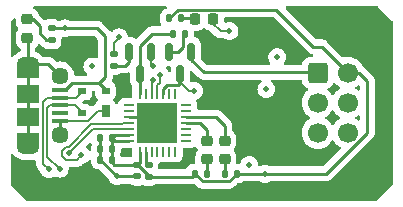
<source format=gtl>
%TF.GenerationSoftware,KiCad,Pcbnew,(7.0.0)*%
%TF.CreationDate,2024-01-19T16:55:17+05:30*%
%TF.ProjectId,Programmer,50726f67-7261-46d6-9d65-722e6b696361,rev?*%
%TF.SameCoordinates,Original*%
%TF.FileFunction,Copper,L1,Top*%
%TF.FilePolarity,Positive*%
%FSLAX46Y46*%
G04 Gerber Fmt 4.6, Leading zero omitted, Abs format (unit mm)*
G04 Created by KiCad (PCBNEW (7.0.0)) date 2024-01-19 16:55:17*
%MOMM*%
%LPD*%
G01*
G04 APERTURE LIST*
G04 Aperture macros list*
%AMRoundRect*
0 Rectangle with rounded corners*
0 $1 Rounding radius*
0 $2 $3 $4 $5 $6 $7 $8 $9 X,Y pos of 4 corners*
0 Add a 4 corners polygon primitive as box body*
4,1,4,$2,$3,$4,$5,$6,$7,$8,$9,$2,$3,0*
0 Add four circle primitives for the rounded corners*
1,1,$1+$1,$2,$3*
1,1,$1+$1,$4,$5*
1,1,$1+$1,$6,$7*
1,1,$1+$1,$8,$9*
0 Add four rect primitives between the rounded corners*
20,1,$1+$1,$2,$3,$4,$5,0*
20,1,$1+$1,$4,$5,$6,$7,0*
20,1,$1+$1,$6,$7,$8,$9,0*
20,1,$1+$1,$8,$9,$2,$3,0*%
G04 Aperture macros list end*
%TA.AperFunction,ComponentPad*%
%ADD10RoundRect,0.250000X-0.600000X-0.600000X0.600000X-0.600000X0.600000X0.600000X-0.600000X0.600000X0*%
%TD*%
%TA.AperFunction,ComponentPad*%
%ADD11C,1.700000*%
%TD*%
%TA.AperFunction,SMDPad,CuDef*%
%ADD12RoundRect,0.140000X-0.170000X0.140000X-0.170000X-0.140000X0.170000X-0.140000X0.170000X0.140000X0*%
%TD*%
%TA.AperFunction,SMDPad,CuDef*%
%ADD13RoundRect,0.140000X0.140000X0.170000X-0.140000X0.170000X-0.140000X-0.170000X0.140000X-0.170000X0*%
%TD*%
%TA.AperFunction,SMDPad,CuDef*%
%ADD14RoundRect,0.150000X-0.150000X0.587500X-0.150000X-0.587500X0.150000X-0.587500X0.150000X0.587500X0*%
%TD*%
%TA.AperFunction,SMDPad,CuDef*%
%ADD15RoundRect,0.135000X0.135000X0.185000X-0.135000X0.185000X-0.135000X-0.185000X0.135000X-0.185000X0*%
%TD*%
%TA.AperFunction,SMDPad,CuDef*%
%ADD16RoundRect,0.135000X-0.135000X-0.185000X0.135000X-0.185000X0.135000X0.185000X-0.135000X0.185000X0*%
%TD*%
%TA.AperFunction,SMDPad,CuDef*%
%ADD17RoundRect,0.218750X-0.256250X0.218750X-0.256250X-0.218750X0.256250X-0.218750X0.256250X0.218750X0*%
%TD*%
%TA.AperFunction,SMDPad,CuDef*%
%ADD18RoundRect,0.135000X-0.185000X0.135000X-0.185000X-0.135000X0.185000X-0.135000X0.185000X0.135000X0*%
%TD*%
%TA.AperFunction,SMDPad,CuDef*%
%ADD19RoundRect,0.062500X-0.337500X-0.062500X0.337500X-0.062500X0.337500X0.062500X-0.337500X0.062500X0*%
%TD*%
%TA.AperFunction,SMDPad,CuDef*%
%ADD20RoundRect,0.062500X-0.062500X-0.337500X0.062500X-0.337500X0.062500X0.337500X-0.062500X0.337500X0*%
%TD*%
%TA.AperFunction,SMDPad,CuDef*%
%ADD21R,3.350000X3.350000*%
%TD*%
%TA.AperFunction,SMDPad,CuDef*%
%ADD22RoundRect,0.135000X0.185000X-0.135000X0.185000X0.135000X-0.185000X0.135000X-0.185000X-0.135000X0*%
%TD*%
%TA.AperFunction,SMDPad,CuDef*%
%ADD23RoundRect,0.218750X0.218750X0.256250X-0.218750X0.256250X-0.218750X-0.256250X0.218750X-0.256250X0*%
%TD*%
%TA.AperFunction,SMDPad,CuDef*%
%ADD24R,0.700000X1.000000*%
%TD*%
%TA.AperFunction,SMDPad,CuDef*%
%ADD25R,0.700000X0.600000*%
%TD*%
%TA.AperFunction,SMDPad,CuDef*%
%ADD26RoundRect,0.218750X0.256250X-0.218750X0.256250X0.218750X-0.256250X0.218750X-0.256250X-0.218750X0*%
%TD*%
%TA.AperFunction,SMDPad,CuDef*%
%ADD27R,1.350000X0.400000*%
%TD*%
%TA.AperFunction,ComponentPad*%
%ADD28O,1.900000X1.200000*%
%TD*%
%TA.AperFunction,SMDPad,CuDef*%
%ADD29R,1.900000X1.200000*%
%TD*%
%TA.AperFunction,ComponentPad*%
%ADD30C,1.450000*%
%TD*%
%TA.AperFunction,SMDPad,CuDef*%
%ADD31R,1.900000X1.500000*%
%TD*%
%TA.AperFunction,ViaPad*%
%ADD32C,0.500000*%
%TD*%
%TA.AperFunction,Conductor*%
%ADD33C,0.250000*%
%TD*%
%TA.AperFunction,Conductor*%
%ADD34C,0.200000*%
%TD*%
G04 APERTURE END LIST*
D10*
%TO.P,J2,1,Pin_1*%
%TO.N,ESP_EN*%
X168783000Y-95072200D03*
D11*
%TO.P,J2,2,Pin_2*%
%TO.N,VOUT*%
X171323000Y-95072200D03*
%TO.P,J2,3,Pin_3*%
%TO.N,RXD*%
X168783000Y-97612200D03*
%TO.P,J2,4,Pin_4*%
%TO.N,GND*%
X171323000Y-97612200D03*
%TO.P,J2,5,Pin_5*%
%TO.N,TXD*%
X168783000Y-100152200D03*
%TO.P,J2,6,Pin_6*%
%TO.N,ESP_IO0_B*%
X171323000Y-100152200D03*
%TD*%
D12*
%TO.P,C5,1*%
%TO.N,VOUT*%
X153512800Y-102875000D03*
%TO.P,C5,2*%
%TO.N,GND*%
X153512800Y-103835000D03*
%TD*%
D13*
%TO.P,C2,1*%
%TO.N,VOUT*%
X151351200Y-100561000D03*
%TO.P,C2,2*%
%TO.N,GND*%
X150391200Y-100561000D03*
%TD*%
%TO.P,C3,1*%
%TO.N,VOUT*%
X151351200Y-101500800D03*
%TO.P,C3,2*%
%TO.N,GND*%
X150391200Y-101500800D03*
%TD*%
D14*
%TO.P,Q1,1,C*%
%TO.N,ESP_EN*%
X158095000Y-93273500D03*
%TO.P,Q1,2,B*%
%TO.N,Net-(Q1-B)*%
X156195000Y-93273500D03*
%TO.P,Q1,3,E*%
%TO.N,RTS*%
X157145000Y-95148500D03*
%TD*%
D15*
%TO.P,R1,1*%
%TO.N,Net-(D1-A)*%
X157228000Y-90474800D03*
%TO.P,R1,2*%
%TO.N,VOUT*%
X156208000Y-90474800D03*
%TD*%
D16*
%TO.P,R7,1*%
%TO.N,DTR*%
X156533400Y-91772600D03*
%TO.P,R7,2*%
%TO.N,Net-(Q1-B)*%
X157553400Y-91772600D03*
%TD*%
D17*
%TO.P,D3,1,K*%
%TO.N,TXT*%
X160904200Y-100814900D03*
%TO.P,D3,2,A*%
%TO.N,Net-(D3-A)*%
X160904200Y-102389900D03*
%TD*%
D13*
%TO.P,C6,1*%
%TO.N,VOUT*%
X151348600Y-102440600D03*
%TO.P,C6,2*%
%TO.N,GND*%
X150388600Y-102440600D03*
%TD*%
D18*
%TO.P,R8,1*%
%TO.N,RTS*%
X151511000Y-93444600D03*
%TO.P,R8,2*%
%TO.N,Net-(Q2-B)*%
X151511000Y-94464600D03*
%TD*%
D19*
%TO.P,U2,1,~{DCD}*%
%TO.N,unconnected-(U2-~{DCD}-Pad1)*%
X152767000Y-97816400D03*
%TO.P,U2,2,~{RI}/CLK*%
%TO.N,unconnected-(U2-~{RI}{slash}CLK-Pad2)*%
X152767000Y-98316400D03*
%TO.P,U2,3,GND*%
%TO.N,GND*%
X152767000Y-98816400D03*
%TO.P,U2,4,D+*%
%TO.N,CP_D+*%
X152767000Y-99316400D03*
%TO.P,U2,5,D-*%
%TO.N,CP_D-*%
X152767000Y-99816400D03*
%TO.P,U2,6,VDD*%
%TO.N,VOUT*%
X152767000Y-100316400D03*
%TO.P,U2,7,VREGIN*%
X152767000Y-100816400D03*
D20*
%TO.P,U2,8,VBUS*%
X153717000Y-101766400D03*
%TO.P,U2,9,~{RST}*%
%TO.N,Net-(U2-~{RST})*%
X154217000Y-101766400D03*
%TO.P,U2,10,NC*%
%TO.N,unconnected-(U2-NC-Pad10)*%
X154717000Y-101766400D03*
%TO.P,U2,11,~{SUSPEND}*%
%TO.N,unconnected-(U2-~{SUSPEND}-Pad11)*%
X155217000Y-101766400D03*
%TO.P,U2,12,SUSPEND*%
%TO.N,unconnected-(U2-SUSPEND-Pad12)*%
X155717000Y-101766400D03*
%TO.P,U2,13,CHREN*%
%TO.N,unconnected-(U2-CHREN-Pad13)*%
X156217000Y-101766400D03*
%TO.P,U2,14,CHR1*%
%TO.N,unconnected-(U2-CHR1-Pad14)*%
X156717000Y-101766400D03*
D19*
%TO.P,U2,15,CHR0*%
%TO.N,unconnected-(U2-CHR0-Pad15)*%
X157667000Y-100816400D03*
%TO.P,U2,16,~{WAKEUP}/GPIO.3*%
%TO.N,unconnected-(U2-~{WAKEUP}{slash}GPIO.3-Pad16)*%
X157667000Y-100316400D03*
%TO.P,U2,17,RS485/GPIO.2*%
%TO.N,unconnected-(U2-RS485{slash}GPIO.2-Pad17)*%
X157667000Y-99816400D03*
%TO.P,U2,18,~{RXT}/GPIO.1*%
%TO.N,RXT*%
X157667000Y-99316400D03*
%TO.P,U2,19,~{TXT}/GPIO.0*%
%TO.N,TXT*%
X157667000Y-98816400D03*
%TO.P,U2,20,GPIO.6*%
%TO.N,unconnected-(U2-GPIO.6-Pad20)*%
X157667000Y-98316400D03*
%TO.P,U2,21,GPIO.5*%
%TO.N,unconnected-(U2-GPIO.5-Pad21)*%
X157667000Y-97816400D03*
D20*
%TO.P,U2,22,GPIO.4*%
%TO.N,unconnected-(U2-GPIO.4-Pad22)*%
X156717000Y-96866400D03*
%TO.P,U2,23,~{CTS}*%
%TO.N,unconnected-(U2-~{CTS}-Pad23)*%
X156217000Y-96866400D03*
%TO.P,U2,24,~{RTS}*%
%TO.N,RTS*%
X155717000Y-96866400D03*
%TO.P,U2,25,RXD*%
%TO.N,RXD*%
X155217000Y-96866400D03*
%TO.P,U2,26,TXD*%
%TO.N,TXD*%
X154717000Y-96866400D03*
%TO.P,U2,27,~{DSR}*%
%TO.N,unconnected-(U2-~{DSR}-Pad27)*%
X154217000Y-96866400D03*
%TO.P,U2,28,~{DTR}*%
%TO.N,DTR*%
X153717000Y-96866400D03*
D21*
%TO.P,U2,29,GND*%
%TO.N,GND*%
X155216999Y-99316399D03*
%TD*%
D22*
%TO.P,R6,1*%
%TO.N,VOUT*%
X154478000Y-103865000D03*
%TO.P,R6,2*%
%TO.N,Net-(U2-~{RST})*%
X154478000Y-102845000D03*
%TD*%
D23*
%TO.P,D1,1,K*%
%TO.N,GND*%
X159943900Y-90525600D03*
%TO.P,D1,2,A*%
%TO.N,Net-(D1-A)*%
X158368900Y-90525600D03*
%TD*%
D15*
%TO.P,R3,1*%
%TO.N,Net-(D4-A)*%
X159409600Y-103609000D03*
%TO.P,R3,2*%
%TO.N,VOUT*%
X158389600Y-103609000D03*
%TD*%
D24*
%TO.P,D2,1,A*%
%TO.N,GND_USB*%
X150818599Y-98311399D03*
D25*
%TO.P,D2,2,K*%
%TO.N,V_USB*%
X150818599Y-96611399D03*
%TO.P,D2,3,K*%
%TO.N,D-*%
X148818599Y-96611399D03*
%TO.P,D2,4,K*%
%TO.N,D+*%
X148818599Y-98511399D03*
%TD*%
D18*
%TO.P,R12,1*%
%TO.N,V_USB*%
X146253200Y-91309000D03*
%TO.P,R12,2*%
%TO.N,Net-(D5-A)*%
X146253200Y-92329000D03*
%TD*%
D17*
%TO.P,D4,1,K*%
%TO.N,RXT*%
X159405600Y-100814900D03*
%TO.P,D4,2,A*%
%TO.N,Net-(D4-A)*%
X159405600Y-102389900D03*
%TD*%
D26*
%TO.P,D5,1,K*%
%TO.N,GND_USB*%
X144195800Y-92125800D03*
%TO.P,D5,2,A*%
%TO.N,Net-(D5-A)*%
X144195800Y-90550800D03*
%TD*%
D14*
%TO.P,Q2,1,C*%
%TO.N,ESP_IO0_B*%
X154676200Y-93271200D03*
%TO.P,Q2,2,B*%
%TO.N,Net-(Q2-B)*%
X152776200Y-93271200D03*
%TO.P,Q2,3,E*%
%TO.N,DTR*%
X153726200Y-95146200D03*
%TD*%
D27*
%TO.P,J3,1,VBUS*%
%TO.N,V_USB*%
X146953699Y-96540799D03*
%TO.P,J3,2,D-*%
%TO.N,D-*%
X146953699Y-97190799D03*
%TO.P,J3,3,D+*%
%TO.N,D+*%
X146953699Y-97840799D03*
%TO.P,J3,4,ID*%
%TO.N,unconnected-(J3-ID-Pad4)*%
X146953699Y-98490799D03*
%TO.P,J3,5,GND*%
%TO.N,GND_USB*%
X146953699Y-99140799D03*
D28*
%TO.P,J3,6,Shield*%
X144253699Y-94340799D03*
D29*
X144253699Y-94940799D03*
D30*
X146953700Y-95340800D03*
D31*
X144253699Y-96840799D03*
X144253699Y-98840799D03*
D30*
X146953700Y-100340800D03*
D29*
X144253699Y-100740799D03*
D28*
X144253699Y-101340799D03*
%TD*%
D16*
%TO.P,R2,1*%
%TO.N,Net-(D3-A)*%
X160902200Y-103609000D03*
%TO.P,R2,2*%
%TO.N,VOUT*%
X161922200Y-103609000D03*
%TD*%
D32*
%TO.N,GND*%
X161315400Y-91541600D03*
X153949400Y-100533200D03*
X149707600Y-94538800D03*
X151765000Y-103809800D03*
%TO.N,VOUT*%
X164338000Y-103632000D03*
%TO.N,GND_USB*%
X162991800Y-102844600D03*
X165354000Y-93751400D03*
X164439600Y-96469200D03*
%TO.N,V_USB*%
X147370800Y-91313000D03*
%TO.N,RXD*%
X155422600Y-95250000D03*
%TO.N,TXD*%
X154838400Y-95707200D03*
%TO.N,ESP_IO0_B*%
X154838400Y-94488000D03*
%TO.N,RTS*%
X151968200Y-92075000D03*
X158343600Y-96596200D03*
%TO.N,D-*%
X145999200Y-103251000D03*
%TO.N,D+*%
X146939000Y-103200200D03*
%TO.N,CP_D+*%
X148767800Y-102031800D03*
%TO.N,CP_D-*%
X147726400Y-101879400D03*
%TD*%
D33*
%TO.N,VOUT*%
X172999400Y-95783400D02*
X172288200Y-95072200D01*
X172288200Y-95072200D02*
X171323000Y-95072200D01*
X172999400Y-100137501D02*
X172999400Y-95783400D01*
X169527901Y-103609000D02*
X172999400Y-100137501D01*
X164338000Y-103632000D02*
X164361000Y-103609000D01*
X164361000Y-103609000D02*
X169527901Y-103609000D01*
%TO.N,ESP_EN*%
X168732200Y-95021400D02*
X168783000Y-95072200D01*
X159131000Y-95021400D02*
X168732200Y-95021400D01*
X158095000Y-93273500D02*
X158095000Y-93985400D01*
X158095000Y-93985400D02*
X159131000Y-95021400D01*
%TO.N,VOUT*%
X168427400Y-92862400D02*
X169113200Y-92862400D01*
X169113200Y-92862400D02*
X171323000Y-95072200D01*
D34*
%TO.N,GND*%
X161290000Y-91567000D02*
X161315400Y-91541600D01*
D33*
X152767000Y-98816400D02*
X154717000Y-98816400D01*
X151765000Y-103809800D02*
X151765000Y-103824609D01*
X150388600Y-102448209D02*
X151750191Y-103809800D01*
D34*
X160578800Y-91567000D02*
X161290000Y-91567000D01*
D33*
X151775391Y-103835000D02*
X153512800Y-103835000D01*
X150391200Y-102438000D02*
X150388600Y-102440600D01*
X151765000Y-103824609D02*
X151775391Y-103835000D01*
D34*
X159943900Y-90932100D02*
X160502600Y-91490800D01*
X161340800Y-91567000D02*
X161391600Y-91567000D01*
X159943900Y-90525600D02*
X159943900Y-90932100D01*
D33*
X151750191Y-103809800D02*
X151765000Y-103809800D01*
X150388600Y-102440600D02*
X150388600Y-102448209D01*
D34*
X160502600Y-91490800D02*
X160578800Y-91567000D01*
X161315400Y-91541600D02*
X161340800Y-91567000D01*
D33*
X154717000Y-98816400D02*
X155217000Y-99316400D01*
X150391200Y-100561000D02*
X150391200Y-102438000D01*
%TO.N,VOUT*%
X158133600Y-103865000D02*
X158389600Y-103609000D01*
X151595800Y-100316400D02*
X151351200Y-100561000D01*
X152767000Y-100316400D02*
X151595800Y-100316400D01*
X164315000Y-103609000D02*
X164338000Y-103632000D01*
X159034600Y-104254000D02*
X161277200Y-104254000D01*
X153512800Y-102875000D02*
X153537462Y-102875000D01*
%TO.N,ESP_EN*%
X168427400Y-94335600D02*
X169113200Y-95021400D01*
%TO.N,VOUT*%
X151348600Y-102440600D02*
X151348600Y-102631400D01*
X153717000Y-102670800D02*
X153512800Y-102875000D01*
X151351200Y-102438000D02*
X151348600Y-102440600D01*
X151351200Y-100561000D02*
X151351200Y-102438000D01*
X151348600Y-102631400D02*
X151561800Y-102844600D01*
X152767000Y-100816400D02*
X151606600Y-100816400D01*
X154478000Y-103815538D02*
X154478000Y-103865000D01*
X154478000Y-103865000D02*
X158133600Y-103865000D01*
X165290600Y-89725600D02*
X156957200Y-89725600D01*
X161922200Y-103609000D02*
X164315000Y-103609000D01*
X153482400Y-102844600D02*
X153512800Y-102875000D01*
X153537462Y-102875000D02*
X154478000Y-103815538D01*
X161277200Y-104254000D02*
X161922200Y-103609000D01*
X151561800Y-102844600D02*
X153482400Y-102844600D01*
X158389600Y-103609000D02*
X159034600Y-104254000D01*
%TO.N,ESP_EN*%
X168402000Y-95732600D02*
X169113200Y-95021400D01*
%TO.N,VOUT*%
X168427400Y-92862400D02*
X165290600Y-89725600D01*
X151606600Y-100816400D02*
X151351200Y-100561000D01*
X156957200Y-89725600D02*
X156208000Y-90474800D01*
X153717000Y-101766400D02*
X153717000Y-102670800D01*
%TO.N,Net-(D1-A)*%
X157228000Y-90474800D02*
X158318100Y-90474800D01*
X158318100Y-90474800D02*
X158368900Y-90525600D01*
%TO.N,GND_USB*%
X144195800Y-92125800D02*
X144253700Y-92183700D01*
X144253700Y-92183700D02*
X144253700Y-101340800D01*
D34*
X146953700Y-99140800D02*
X149333628Y-99140800D01*
D33*
X145953700Y-94340800D02*
X146953700Y-95340800D01*
X144253700Y-94340800D02*
X145953700Y-94340800D01*
X146953700Y-99140800D02*
X146953700Y-100340800D01*
D34*
X150163028Y-98311400D02*
X150818600Y-98311400D01*
X149333628Y-99140800D02*
X150163028Y-98311400D01*
D33*
%TO.N,TXT*%
X157667000Y-98816400D02*
X160157400Y-98816400D01*
X160904200Y-99563200D02*
X160904200Y-100814900D01*
X160157400Y-98816400D02*
X160904200Y-99563200D01*
%TO.N,Net-(D3-A)*%
X160904200Y-103607000D02*
X160902200Y-103609000D01*
X160904200Y-102389900D02*
X160904200Y-103607000D01*
%TO.N,RXT*%
X158828600Y-99316400D02*
X159405600Y-99893400D01*
X159405600Y-99893400D02*
X159405600Y-100814900D01*
X157667000Y-99316400D02*
X158828600Y-99316400D01*
%TO.N,Net-(D4-A)*%
X159405600Y-102389900D02*
X159405600Y-103605000D01*
X159405600Y-103605000D02*
X159409600Y-103609000D01*
%TO.N,V_USB*%
X147374800Y-91309000D02*
X147370800Y-91313000D01*
X147417600Y-91309000D02*
X147374800Y-91309000D01*
X150265200Y-95965800D02*
X150265200Y-95962400D01*
X150265200Y-95962400D02*
X150799800Y-95427800D01*
X150265200Y-95965800D02*
X150910800Y-96611400D01*
X150799800Y-91998800D02*
X150114000Y-91313000D01*
X146953700Y-96540800D02*
X147428700Y-96540800D01*
X146255200Y-91311000D02*
X146253200Y-91309000D01*
X150799800Y-95427800D02*
X150799800Y-91998800D01*
X147366800Y-91309000D02*
X146253200Y-91309000D01*
X147428700Y-96540800D02*
X148003700Y-95965800D01*
X148003700Y-95965800D02*
X150265200Y-95965800D01*
X147370800Y-91313000D02*
X147366800Y-91309000D01*
X150114000Y-91313000D02*
X147370800Y-91313000D01*
D34*
%TO.N,RXD*%
X155217000Y-96106418D02*
X155422600Y-95900818D01*
X155217000Y-96866400D02*
X155217000Y-96106418D01*
X155422600Y-95900818D02*
X155422600Y-95250000D01*
X155422600Y-95250000D02*
X155422600Y-95199200D01*
%TO.N,TXD*%
X154717000Y-95803200D02*
X154838400Y-95681800D01*
X154717000Y-96866400D02*
X154717000Y-95803200D01*
%TO.N,ESP_IO0_B*%
X154813000Y-94488000D02*
X154838400Y-94488000D01*
X154838400Y-94488000D02*
X154838400Y-94513400D01*
X154676200Y-93271200D02*
X154676200Y-94351200D01*
X154676200Y-94351200D02*
X154813000Y-94488000D01*
X154838400Y-94513400D02*
X154838400Y-94513400D01*
D33*
%TO.N,Net-(Q1-B)*%
X156967300Y-93273500D02*
X157353000Y-92887800D01*
X156195000Y-93273500D02*
X156967300Y-93273500D01*
X157353000Y-92887800D02*
X157353000Y-91973000D01*
X157353000Y-91973000D02*
X157553400Y-91772600D01*
D34*
%TO.N,RTS*%
X151993600Y-92075000D02*
X151968200Y-92100400D01*
X157145000Y-95880200D02*
X157810200Y-96545400D01*
X157861000Y-96596200D02*
X158343600Y-96596200D01*
X151968200Y-92075000D02*
X151993600Y-92075000D01*
D33*
X156921200Y-96139000D02*
X157145000Y-95915200D01*
X157145000Y-95915200D02*
X157145000Y-95148500D01*
X155717000Y-96418392D02*
X155996392Y-96139000D01*
D34*
X157810200Y-96545400D02*
X157861000Y-96596200D01*
X151511000Y-92557600D02*
X151968200Y-92100400D01*
X151968200Y-92100400D02*
X151968200Y-92075000D01*
D33*
X155717000Y-96866400D02*
X155717000Y-96418392D01*
D34*
X157145000Y-95148500D02*
X157145000Y-95880200D01*
D33*
X155996392Y-96139000D02*
X156921200Y-96139000D01*
D34*
X151511000Y-93444600D02*
X151511000Y-92557600D01*
D33*
%TO.N,Net-(Q2-B)*%
X151511000Y-94464600D02*
X152499600Y-94464600D01*
X152776200Y-94188000D02*
X152776200Y-93271200D01*
X152499600Y-94464600D02*
X152776200Y-94188000D01*
%TO.N,DTR*%
X153726200Y-96857200D02*
X153717000Y-96866400D01*
X154765549Y-91772600D02*
X156533400Y-91772600D01*
X153726200Y-92811949D02*
X154765549Y-91772600D01*
X153726200Y-95146200D02*
X153726200Y-92811949D01*
X153726200Y-95146200D02*
X153726200Y-96857200D01*
%TO.N,Net-(U2-~{RST})*%
X154217000Y-102584000D02*
X154478000Y-102845000D01*
X154217000Y-101766400D02*
X154217000Y-102584000D01*
D34*
%TO.N,D-*%
X145503700Y-97536000D02*
X145848900Y-97190800D01*
X146953700Y-97190800D02*
X148331400Y-97190800D01*
X145503700Y-102755500D02*
X145503700Y-97536000D01*
X145999200Y-103251000D02*
X145503700Y-102755500D01*
X148331400Y-97190800D02*
X148910800Y-96611400D01*
X145848900Y-97190800D02*
X146953700Y-97190800D01*
%TO.N,D+*%
X148240200Y-97840800D02*
X148910800Y-98511400D01*
X145903700Y-98015800D02*
X145903700Y-102164900D01*
X145903700Y-102164900D02*
X146939000Y-103200200D01*
X146953700Y-97840800D02*
X146078700Y-97840800D01*
X146953700Y-97840800D02*
X148240200Y-97840800D01*
X146078700Y-97840800D02*
X145903700Y-98015800D01*
D33*
%TO.N,Net-(D5-A)*%
X144652800Y-90550800D02*
X144195800Y-90550800D01*
X145237200Y-91744800D02*
X145237200Y-91135200D01*
X146253200Y-92329000D02*
X145821400Y-92329000D01*
X145821400Y-92329000D02*
X145237200Y-91744800D01*
X145237200Y-91135200D02*
X144652800Y-90550800D01*
D34*
%TO.N,CP_D+*%
X149592714Y-99447400D02*
X147710714Y-101329400D01*
X147710714Y-101329400D02*
X147498582Y-101329400D01*
X152354348Y-99316400D02*
X152223348Y-99447400D01*
X147176400Y-101651582D02*
X147176400Y-102107218D01*
X147176400Y-102107218D02*
X147498582Y-102429400D01*
X147498582Y-102429400D02*
X148370200Y-102429400D01*
X148370200Y-102429400D02*
X148767800Y-102031800D01*
X152767000Y-99316400D02*
X152354348Y-99316400D01*
X152223348Y-99447400D02*
X149592714Y-99447400D01*
X147498582Y-101329400D02*
X147176400Y-101651582D01*
%TO.N,CP_D-*%
X152767000Y-99816400D02*
X152736000Y-99847400D01*
X149758400Y-99847400D02*
X147726400Y-101879400D01*
X152736000Y-99847400D02*
X149758400Y-99847400D01*
%TD*%
%TA.AperFunction,NonConductor*%
G36*
X155928502Y-89447211D02*
G01*
X155972705Y-89485569D01*
X155994392Y-89539928D01*
X155988732Y-89598180D01*
X155956985Y-89647346D01*
X155906224Y-89676476D01*
X155826099Y-89699754D01*
X155826096Y-89699755D01*
X155818607Y-89701931D01*
X155811896Y-89705899D01*
X155811891Y-89705902D01*
X155687119Y-89779692D01*
X155687115Y-89779694D01*
X155680402Y-89783665D01*
X155674887Y-89789179D01*
X155674883Y-89789183D01*
X155572383Y-89891683D01*
X155572379Y-89891687D01*
X155566865Y-89897202D01*
X155562894Y-89903915D01*
X155562892Y-89903919D01*
X155489102Y-90028691D01*
X155489099Y-90028696D01*
X155485131Y-90035407D01*
X155482955Y-90042896D01*
X155482954Y-90042899D01*
X155442103Y-90183507D01*
X155442101Y-90183516D01*
X155440335Y-90189596D01*
X155439838Y-90195904D01*
X155439837Y-90195913D01*
X155437691Y-90223184D01*
X155437690Y-90223200D01*
X155437500Y-90225619D01*
X155437500Y-90228063D01*
X155437500Y-90228064D01*
X155437500Y-90721556D01*
X155437500Y-90721581D01*
X155437501Y-90723980D01*
X155440335Y-90760004D01*
X155442101Y-90766082D01*
X155442102Y-90766088D01*
X155482687Y-90905780D01*
X155485131Y-90914193D01*
X155512209Y-90959980D01*
X155529473Y-91022126D01*
X155513187Y-91084537D01*
X155467758Y-91130324D01*
X155405477Y-91147100D01*
X154843320Y-91147100D01*
X154832267Y-91146579D01*
X154824881Y-91144928D01*
X154817083Y-91145173D01*
X154757693Y-91147039D01*
X154753799Y-91147100D01*
X154726199Y-91147100D01*
X154722348Y-91147586D01*
X154722317Y-91147588D01*
X154722189Y-91147605D01*
X154710578Y-91148518D01*
X154674720Y-91149645D01*
X154674713Y-91149646D01*
X154666921Y-91149891D01*
X154659437Y-91152065D01*
X154659426Y-91152067D01*
X154647677Y-91155481D01*
X154628632Y-91159425D01*
X154616496Y-91160958D01*
X154616493Y-91160958D01*
X154608757Y-91161936D01*
X154601509Y-91164805D01*
X154601499Y-91164808D01*
X154568141Y-91178015D01*
X154557099Y-91181796D01*
X154522646Y-91191807D01*
X154522641Y-91191808D01*
X154515159Y-91193983D01*
X154508451Y-91197949D01*
X154508446Y-91197952D01*
X154497913Y-91204181D01*
X154480449Y-91212736D01*
X154469073Y-91217240D01*
X154469066Y-91217243D01*
X154461817Y-91220114D01*
X154455511Y-91224694D01*
X154455506Y-91224698D01*
X154426476Y-91245789D01*
X154416718Y-91252198D01*
X154385847Y-91270456D01*
X154379128Y-91274430D01*
X154373612Y-91279944D01*
X154373605Y-91279951D01*
X154364956Y-91288600D01*
X154350173Y-91301226D01*
X154340276Y-91308417D01*
X154340269Y-91308423D01*
X154333962Y-91313006D01*
X154328995Y-91319008D01*
X154328984Y-91319020D01*
X154306119Y-91346659D01*
X154298259Y-91355297D01*
X153494704Y-92158853D01*
X153444103Y-92189498D01*
X153385063Y-92193212D01*
X153332058Y-92169612D01*
X153328065Y-92165619D01*
X153316624Y-92158853D01*
X153193313Y-92085927D01*
X153193311Y-92085926D01*
X153186598Y-92081956D01*
X153179105Y-92079779D01*
X153034857Y-92037870D01*
X153034850Y-92037868D01*
X153028769Y-92036102D01*
X153022458Y-92035605D01*
X153022451Y-92035604D01*
X152994328Y-92033391D01*
X152994314Y-92033390D01*
X152991894Y-92033200D01*
X152989449Y-92033200D01*
X152829552Y-92033200D01*
X152771611Y-92018830D01*
X152727099Y-91979052D01*
X152706332Y-91923085D01*
X152706327Y-91923044D01*
X152704513Y-91906941D01*
X152648656Y-91747310D01*
X152558677Y-91604110D01*
X152439090Y-91484523D01*
X152406523Y-91464060D01*
X152368901Y-91440420D01*
X152295890Y-91394544D01*
X152289324Y-91392246D01*
X152289321Y-91392245D01*
X152142833Y-91340987D01*
X152142830Y-91340986D01*
X152136259Y-91338687D01*
X152129342Y-91337907D01*
X152129335Y-91337906D01*
X151975123Y-91320531D01*
X151968200Y-91319751D01*
X151961277Y-91320531D01*
X151807064Y-91337906D01*
X151807055Y-91337907D01*
X151800141Y-91338687D01*
X151793571Y-91340985D01*
X151793566Y-91340987D01*
X151647078Y-91392245D01*
X151647072Y-91392247D01*
X151640510Y-91394544D01*
X151634619Y-91398245D01*
X151634618Y-91398246D01*
X151503210Y-91480815D01*
X151503205Y-91480818D01*
X151497310Y-91484523D01*
X151492385Y-91489448D01*
X151424127Y-91557706D01*
X151372286Y-91588732D01*
X151311937Y-91591578D01*
X151257406Y-91565568D01*
X151225741Y-91539373D01*
X151217100Y-91531510D01*
X150611286Y-90925695D01*
X150603842Y-90917514D01*
X150599786Y-90911123D01*
X150550775Y-90865098D01*
X150547978Y-90862387D01*
X150531227Y-90845636D01*
X150528471Y-90842880D01*
X150525290Y-90840412D01*
X150516414Y-90832830D01*
X150490269Y-90808278D01*
X150490267Y-90808276D01*
X150484582Y-90802938D01*
X150477749Y-90799182D01*
X150477743Y-90799177D01*
X150467025Y-90793285D01*
X150450766Y-90782606D01*
X150441095Y-90775104D01*
X150441092Y-90775102D01*
X150434936Y-90770327D01*
X150427779Y-90767229D01*
X150427776Y-90767228D01*
X150394849Y-90752978D01*
X150384363Y-90747841D01*
X150352932Y-90730562D01*
X150352923Y-90730558D01*
X150346092Y-90726803D01*
X150338535Y-90724862D01*
X150338531Y-90724861D01*
X150326688Y-90721820D01*
X150308284Y-90715519D01*
X150297057Y-90710660D01*
X150297050Y-90710658D01*
X150289896Y-90707562D01*
X150282192Y-90706341D01*
X150282190Y-90706341D01*
X150246759Y-90700729D01*
X150235324Y-90698361D01*
X150200571Y-90689438D01*
X150200563Y-90689437D01*
X150193019Y-90687500D01*
X150185223Y-90687500D01*
X150172983Y-90687500D01*
X150153597Y-90685974D01*
X150133804Y-90682840D01*
X150126038Y-90683574D01*
X150126035Y-90683574D01*
X150090324Y-90686950D01*
X150078655Y-90687500D01*
X147821676Y-90687500D01*
X147755704Y-90668494D01*
X147704382Y-90636246D01*
X147704380Y-90636245D01*
X147698490Y-90632544D01*
X147691924Y-90630246D01*
X147691921Y-90630245D01*
X147545433Y-90578987D01*
X147545430Y-90578986D01*
X147538859Y-90576687D01*
X147531942Y-90575907D01*
X147531935Y-90575906D01*
X147377723Y-90558531D01*
X147370800Y-90557751D01*
X147363877Y-90558531D01*
X147209664Y-90575906D01*
X147209655Y-90575907D01*
X147202741Y-90576687D01*
X147196171Y-90578985D01*
X147196166Y-90578987D01*
X147049678Y-90630245D01*
X147049672Y-90630247D01*
X147043110Y-90632544D01*
X147037222Y-90636243D01*
X147037217Y-90636246D01*
X146992262Y-90664494D01*
X146926290Y-90683500D01*
X146891158Y-90683500D01*
X146828037Y-90666232D01*
X146699308Y-90590102D01*
X146699306Y-90590101D01*
X146692593Y-90586131D01*
X146675827Y-90581260D01*
X146544492Y-90543103D01*
X146544485Y-90543101D01*
X146538404Y-90541335D01*
X146532093Y-90540838D01*
X146532086Y-90540837D01*
X146504815Y-90538691D01*
X146504800Y-90538690D01*
X146502381Y-90538500D01*
X146499935Y-90538500D01*
X146006443Y-90538500D01*
X146006417Y-90538500D01*
X146004020Y-90538501D01*
X146001606Y-90538690D01*
X146001603Y-90538691D01*
X145974311Y-90540838D01*
X145974309Y-90540838D01*
X145967996Y-90541335D01*
X145961918Y-90543100D01*
X145961911Y-90543102D01*
X145821299Y-90583954D01*
X145821296Y-90583955D01*
X145813807Y-90586131D01*
X145807095Y-90590100D01*
X145807089Y-90590103D01*
X145745101Y-90626762D01*
X145693650Y-90643479D01*
X145639978Y-90636698D01*
X145594301Y-90607710D01*
X145176580Y-90189989D01*
X145146555Y-90141312D01*
X145108349Y-90026013D01*
X145020081Y-89882909D01*
X144901191Y-89764019D01*
X144895041Y-89760225D01*
X144895039Y-89760224D01*
X144764235Y-89679543D01*
X144764234Y-89679542D01*
X144758087Y-89675751D01*
X144751232Y-89673479D01*
X144744684Y-89670426D01*
X144745811Y-89668008D01*
X144699230Y-89635989D01*
X144672069Y-89572506D01*
X144683071Y-89504339D01*
X144728826Y-89452625D01*
X144795145Y-89433400D01*
X155871629Y-89433400D01*
X155928502Y-89447211D01*
G37*
%TD.AperFunction*%
%TA.AperFunction,NonConductor*%
G36*
X143169185Y-90480942D02*
G01*
X143206785Y-90524965D01*
X143220300Y-90581260D01*
X143220300Y-90817474D01*
X143220618Y-90820588D01*
X143220619Y-90820605D01*
X143229675Y-90909247D01*
X143229676Y-90909252D01*
X143230364Y-90915985D01*
X143232493Y-90922412D01*
X143232494Y-90922413D01*
X143280001Y-91065781D01*
X143283251Y-91075587D01*
X143287042Y-91081734D01*
X143287043Y-91081735D01*
X143364935Y-91208018D01*
X143371519Y-91218691D01*
X143376629Y-91223800D01*
X143376629Y-91223801D01*
X143403447Y-91250619D01*
X143435541Y-91306206D01*
X143435541Y-91370394D01*
X143403447Y-91425981D01*
X143376629Y-91452798D01*
X143376625Y-91452802D01*
X143371519Y-91457909D01*
X143367728Y-91464054D01*
X143367724Y-91464060D01*
X143287043Y-91594864D01*
X143287040Y-91594869D01*
X143283251Y-91601013D01*
X143280980Y-91607864D01*
X143280979Y-91607868D01*
X143232596Y-91753878D01*
X143230364Y-91760615D01*
X143229676Y-91767345D01*
X143229675Y-91767352D01*
X143220619Y-91855994D01*
X143220618Y-91856012D01*
X143220300Y-91859126D01*
X143220300Y-92392474D01*
X143220618Y-92395588D01*
X143220619Y-92395605D01*
X143229675Y-92484247D01*
X143229676Y-92484252D01*
X143230364Y-92490985D01*
X143232493Y-92497412D01*
X143232494Y-92497413D01*
X143277486Y-92633191D01*
X143283251Y-92650587D01*
X143287042Y-92656734D01*
X143287043Y-92656735D01*
X143362843Y-92779626D01*
X143371519Y-92793691D01*
X143490409Y-92912581D01*
X143496560Y-92916375D01*
X143569297Y-92961240D01*
X143612478Y-93006346D01*
X143628200Y-93066778D01*
X143628200Y-93181909D01*
X143616994Y-93233420D01*
X143585403Y-93275622D01*
X143539135Y-93300886D01*
X143498487Y-93312821D01*
X143498482Y-93312822D01*
X143492825Y-93314484D01*
X143487584Y-93317185D01*
X143487581Y-93317187D01*
X143311268Y-93408082D01*
X143311264Y-93408084D01*
X143306018Y-93410789D01*
X143301376Y-93414438D01*
X143301372Y-93414442D01*
X143145459Y-93537054D01*
X143145452Y-93537060D01*
X143140814Y-93540708D01*
X143136950Y-93545167D01*
X143136945Y-93545172D01*
X143016513Y-93684158D01*
X142967788Y-93718506D01*
X142908665Y-93726147D01*
X142852809Y-93705313D01*
X142813130Y-93660822D01*
X142798800Y-93602955D01*
X142798800Y-90754760D01*
X142808239Y-90707307D01*
X142835118Y-90667081D01*
X143008622Y-90493577D01*
X143057982Y-90463329D01*
X143115698Y-90458787D01*
X143169185Y-90480942D01*
G37*
%TD.AperFunction*%
%TA.AperFunction,NonConductor*%
G36*
X165027601Y-90360539D02*
G01*
X165067829Y-90387419D01*
X167930107Y-93249698D01*
X167937559Y-93257887D01*
X167941614Y-93264277D01*
X167965183Y-93286410D01*
X167990623Y-93310300D01*
X167993419Y-93313010D01*
X168012929Y-93332520D01*
X168016109Y-93334987D01*
X168024971Y-93342555D01*
X168038420Y-93355185D01*
X168051132Y-93367123D01*
X168051134Y-93367124D01*
X168056818Y-93372462D01*
X168063651Y-93376218D01*
X168063652Y-93376219D01*
X168074373Y-93382113D01*
X168090634Y-93392794D01*
X168106464Y-93405073D01*
X168146555Y-93422421D01*
X168157035Y-93427555D01*
X168195308Y-93448597D01*
X168214716Y-93453580D01*
X168233119Y-93459881D01*
X168244344Y-93464739D01*
X168244346Y-93464739D01*
X168251504Y-93467837D01*
X168294658Y-93474671D01*
X168306180Y-93477064D01*
X168306772Y-93477216D01*
X168306992Y-93477273D01*
X168363786Y-93509736D01*
X168396157Y-93566582D01*
X168395096Y-93631991D01*
X168360897Y-93687758D01*
X168303079Y-93718361D01*
X168301495Y-93718715D01*
X168274451Y-93721700D01*
X168136141Y-93721700D01*
X168136121Y-93721700D01*
X168132992Y-93721701D01*
X168129861Y-93722020D01*
X168129857Y-93722021D01*
X168036938Y-93731512D01*
X168036928Y-93731513D01*
X168030203Y-93732201D01*
X168023781Y-93734328D01*
X168023776Y-93734330D01*
X167870521Y-93785114D01*
X167870517Y-93785115D01*
X167863666Y-93787386D01*
X167857522Y-93791175D01*
X167857519Y-93791177D01*
X167720488Y-93875697D01*
X167720480Y-93875703D01*
X167714344Y-93879488D01*
X167709242Y-93884589D01*
X167709238Y-93884593D01*
X167595393Y-93998438D01*
X167595389Y-93998442D01*
X167590288Y-94003544D01*
X167586503Y-94009680D01*
X167586497Y-94009688D01*
X167501977Y-94146719D01*
X167498186Y-94152866D01*
X167495915Y-94159717D01*
X167495914Y-94159721D01*
X167445817Y-94310904D01*
X167419938Y-94355229D01*
X167378326Y-94385277D01*
X167328111Y-94395900D01*
X166059752Y-94395900D01*
X165996751Y-94378703D01*
X165951224Y-94331881D01*
X165935801Y-94268422D01*
X165954758Y-94205928D01*
X165960387Y-94196969D01*
X166034456Y-94079090D01*
X166090313Y-93919459D01*
X166109249Y-93751400D01*
X166108338Y-93743319D01*
X166091093Y-93590264D01*
X166090313Y-93583341D01*
X166034456Y-93423710D01*
X165944477Y-93280510D01*
X165824890Y-93160923D01*
X165681690Y-93070944D01*
X165675124Y-93068646D01*
X165675121Y-93068645D01*
X165528633Y-93017387D01*
X165528630Y-93017386D01*
X165522059Y-93015087D01*
X165515142Y-93014307D01*
X165515135Y-93014306D01*
X165360923Y-92996931D01*
X165354000Y-92996151D01*
X165347077Y-92996931D01*
X165192864Y-93014306D01*
X165192855Y-93014307D01*
X165185941Y-93015087D01*
X165179371Y-93017385D01*
X165179366Y-93017387D01*
X165032878Y-93068645D01*
X165032872Y-93068647D01*
X165026310Y-93070944D01*
X165020419Y-93074645D01*
X165020418Y-93074646D01*
X164889010Y-93157215D01*
X164889005Y-93157218D01*
X164883110Y-93160923D01*
X164878185Y-93165847D01*
X164878181Y-93165851D01*
X164768451Y-93275581D01*
X164768447Y-93275585D01*
X164763523Y-93280510D01*
X164759818Y-93286405D01*
X164759815Y-93286410D01*
X164677246Y-93417818D01*
X164673544Y-93423710D01*
X164671247Y-93430272D01*
X164671245Y-93430278D01*
X164619987Y-93576766D01*
X164619985Y-93576771D01*
X164617687Y-93583341D01*
X164616907Y-93590255D01*
X164616906Y-93590264D01*
X164599531Y-93744477D01*
X164598751Y-93751400D01*
X164599531Y-93758323D01*
X164616906Y-93912535D01*
X164616907Y-93912542D01*
X164617687Y-93919459D01*
X164619986Y-93926030D01*
X164619987Y-93926033D01*
X164659003Y-94037536D01*
X164673544Y-94079090D01*
X164719901Y-94152866D01*
X164753242Y-94205928D01*
X164772199Y-94268422D01*
X164756776Y-94331881D01*
X164711249Y-94378703D01*
X164648248Y-94395900D01*
X159441453Y-94395900D01*
X159394000Y-94386461D01*
X159353772Y-94359581D01*
X158931819Y-93937628D01*
X158904939Y-93897400D01*
X158895500Y-93849947D01*
X158895500Y-92622751D01*
X158895500Y-92620306D01*
X158892598Y-92583431D01*
X158846744Y-92425602D01*
X158763081Y-92284135D01*
X158646865Y-92167919D01*
X158640151Y-92163948D01*
X158640148Y-92163946D01*
X158512113Y-92088227D01*
X158512111Y-92088226D01*
X158505398Y-92084256D01*
X158497481Y-92081956D01*
X158413304Y-92057500D01*
X158366875Y-92032291D01*
X158335154Y-91990043D01*
X158323899Y-91938427D01*
X158323899Y-91625099D01*
X158340512Y-91563100D01*
X158385899Y-91517713D01*
X158447899Y-91501100D01*
X158632425Y-91501100D01*
X158635574Y-91501100D01*
X158734085Y-91491036D01*
X158893687Y-91438149D01*
X159036791Y-91349881D01*
X159068719Y-91317953D01*
X159124306Y-91285859D01*
X159188494Y-91285859D01*
X159244081Y-91317953D01*
X159276009Y-91349881D01*
X159419113Y-91438149D01*
X159578715Y-91491036D01*
X159585449Y-91491723D01*
X159585450Y-91491724D01*
X159618235Y-91495073D01*
X159658854Y-91506433D01*
X159693315Y-91530750D01*
X160120599Y-91958034D01*
X160131289Y-91970222D01*
X160150518Y-91995282D01*
X160267536Y-92085073D01*
X160275959Y-92091536D01*
X160422038Y-92152044D01*
X160578800Y-92172682D01*
X160586859Y-92171621D01*
X160610102Y-92168561D01*
X160626287Y-92167500D01*
X160865161Y-92167500D01*
X160931132Y-92186505D01*
X160987710Y-92222056D01*
X161147341Y-92277913D01*
X161315400Y-92296849D01*
X161483459Y-92277913D01*
X161643090Y-92222056D01*
X161786290Y-92132077D01*
X161905877Y-92012490D01*
X161995856Y-91869290D01*
X162051713Y-91709659D01*
X162067948Y-91565568D01*
X162069869Y-91548523D01*
X162070649Y-91541600D01*
X162069426Y-91530750D01*
X162054497Y-91398246D01*
X162051713Y-91373541D01*
X161995856Y-91213910D01*
X161905877Y-91070710D01*
X161786290Y-90951123D01*
X161643090Y-90861144D01*
X161636524Y-90858846D01*
X161636521Y-90858845D01*
X161490033Y-90807587D01*
X161490030Y-90807586D01*
X161483459Y-90805287D01*
X161476542Y-90804507D01*
X161476535Y-90804506D01*
X161322323Y-90787131D01*
X161315400Y-90786351D01*
X161308477Y-90787131D01*
X161154264Y-90804506D01*
X161154255Y-90804507D01*
X161147341Y-90805287D01*
X161140774Y-90807584D01*
X161140769Y-90807586D01*
X161112512Y-90817474D01*
X161046852Y-90840449D01*
X160988566Y-90846189D01*
X160934145Y-90824537D01*
X160895733Y-90780321D01*
X160881900Y-90723407D01*
X160881900Y-90475100D01*
X160898513Y-90413100D01*
X160943900Y-90367713D01*
X161005900Y-90351100D01*
X164980148Y-90351100D01*
X165027601Y-90360539D01*
G37*
%TD.AperFunction*%
%TA.AperFunction,NonConductor*%
G36*
X156282500Y-94528113D02*
G01*
X156327887Y-94573500D01*
X156344500Y-94635500D01*
X156344500Y-94882505D01*
X156325493Y-94948478D01*
X156274300Y-94994226D01*
X156206613Y-95005725D01*
X156143184Y-94979450D01*
X156110898Y-94933943D01*
X156108378Y-94935157D01*
X156105355Y-94928880D01*
X156103056Y-94922310D01*
X156013077Y-94779110D01*
X155957148Y-94723181D01*
X155926898Y-94673818D01*
X155922356Y-94616102D01*
X155944511Y-94562615D01*
X155988534Y-94525015D01*
X156044829Y-94511500D01*
X156220500Y-94511500D01*
X156282500Y-94528113D01*
G37*
%TD.AperFunction*%
%TA.AperFunction,NonConductor*%
G36*
X149851001Y-91947939D02*
G01*
X149891229Y-91974819D01*
X150137981Y-92221571D01*
X150164861Y-92261799D01*
X150174300Y-92309252D01*
X150174300Y-93732224D01*
X150160467Y-93789138D01*
X150122055Y-93833354D01*
X150067634Y-93855006D01*
X150009346Y-93849266D01*
X149927910Y-93820770D01*
X149882230Y-93804786D01*
X149882227Y-93804785D01*
X149875659Y-93802487D01*
X149868742Y-93801707D01*
X149868735Y-93801706D01*
X149714523Y-93784331D01*
X149707600Y-93783551D01*
X149700677Y-93784331D01*
X149546464Y-93801706D01*
X149546455Y-93801707D01*
X149539541Y-93802487D01*
X149532971Y-93804785D01*
X149532966Y-93804787D01*
X149386478Y-93856045D01*
X149386472Y-93856047D01*
X149379910Y-93858344D01*
X149374019Y-93862045D01*
X149374018Y-93862046D01*
X149242610Y-93944615D01*
X149242605Y-93944618D01*
X149236710Y-93948323D01*
X149231785Y-93953247D01*
X149231781Y-93953251D01*
X149122051Y-94062981D01*
X149122047Y-94062985D01*
X149117123Y-94067910D01*
X149113418Y-94073805D01*
X149113415Y-94073810D01*
X149036029Y-94196969D01*
X149027144Y-94211110D01*
X149024847Y-94217672D01*
X149024845Y-94217678D01*
X148973587Y-94364166D01*
X148973585Y-94364171D01*
X148971287Y-94370741D01*
X148970507Y-94377655D01*
X148970506Y-94377664D01*
X148958075Y-94488000D01*
X148952351Y-94538800D01*
X148953131Y-94545723D01*
X148970506Y-94699935D01*
X148970507Y-94699942D01*
X148971287Y-94706859D01*
X148973586Y-94713430D01*
X148973587Y-94713433D01*
X148996568Y-94779110D01*
X149027144Y-94866490D01*
X149117123Y-95009690D01*
X149122051Y-95014618D01*
X149236052Y-95128619D01*
X149266302Y-95177982D01*
X149270844Y-95235698D01*
X149248689Y-95289185D01*
X149204666Y-95326785D01*
X149148371Y-95340300D01*
X148297462Y-95340300D01*
X148238611Y-95325445D01*
X148193861Y-95284439D01*
X148173934Y-95227107D01*
X148165664Y-95132579D01*
X148165192Y-95127181D01*
X148155272Y-95090161D01*
X148146396Y-95057033D01*
X148109692Y-94920053D01*
X148019068Y-94725710D01*
X147896073Y-94550055D01*
X147744445Y-94398427D01*
X147740014Y-94395324D01*
X147740010Y-94395321D01*
X147573220Y-94278533D01*
X147573218Y-94278531D01*
X147568791Y-94275432D01*
X147563894Y-94273148D01*
X147563888Y-94273145D01*
X147379353Y-94187095D01*
X147379346Y-94187092D01*
X147374447Y-94184808D01*
X147369220Y-94183407D01*
X147369219Y-94183407D01*
X147172551Y-94130709D01*
X147172541Y-94130707D01*
X147167319Y-94129308D01*
X147161927Y-94128836D01*
X147161920Y-94128835D01*
X146959095Y-94111091D01*
X146953700Y-94110619D01*
X146948305Y-94111091D01*
X146745471Y-94128836D01*
X146745466Y-94128836D01*
X146740081Y-94129308D01*
X146734858Y-94130707D01*
X146734849Y-94130709D01*
X146719887Y-94134718D01*
X146655701Y-94134717D01*
X146600115Y-94102624D01*
X146450986Y-93953495D01*
X146443542Y-93945314D01*
X146439486Y-93938923D01*
X146390475Y-93892898D01*
X146387678Y-93890187D01*
X146370927Y-93873436D01*
X146368171Y-93870680D01*
X146364990Y-93868212D01*
X146356114Y-93860630D01*
X146329969Y-93836078D01*
X146329967Y-93836076D01*
X146324282Y-93830738D01*
X146317449Y-93826982D01*
X146317443Y-93826977D01*
X146306725Y-93821085D01*
X146290466Y-93810406D01*
X146280795Y-93802904D01*
X146280792Y-93802902D01*
X146274636Y-93798127D01*
X146267479Y-93795029D01*
X146267476Y-93795028D01*
X146234549Y-93780778D01*
X146224063Y-93775641D01*
X146192632Y-93758362D01*
X146192623Y-93758358D01*
X146185792Y-93754603D01*
X146178235Y-93752662D01*
X146178231Y-93752661D01*
X146166388Y-93749620D01*
X146147984Y-93743319D01*
X146136757Y-93738460D01*
X146136750Y-93738458D01*
X146129596Y-93735362D01*
X146121892Y-93734141D01*
X146121890Y-93734141D01*
X146086459Y-93728529D01*
X146075024Y-93726161D01*
X146040271Y-93717238D01*
X146040263Y-93717237D01*
X146032719Y-93715300D01*
X146024923Y-93715300D01*
X146012683Y-93715300D01*
X145993297Y-93713774D01*
X145973504Y-93710640D01*
X145965738Y-93711374D01*
X145965735Y-93711374D01*
X145930024Y-93714750D01*
X145918355Y-93715300D01*
X145573220Y-93715300D01*
X145516400Y-93701515D01*
X145472212Y-93663227D01*
X145439186Y-93616848D01*
X145303949Y-93487900D01*
X145291351Y-93475888D01*
X145291349Y-93475886D01*
X145287078Y-93471814D01*
X145154816Y-93386814D01*
X145115244Y-93361382D01*
X145115241Y-93361380D01*
X145110272Y-93358187D01*
X145104792Y-93355993D01*
X145104786Y-93355990D01*
X144957114Y-93296872D01*
X144916217Y-93270128D01*
X144888828Y-93229661D01*
X144879200Y-93181754D01*
X144879200Y-92985934D01*
X144888639Y-92938481D01*
X144915519Y-92898253D01*
X144965060Y-92848712D01*
X145020081Y-92793691D01*
X145083265Y-92691253D01*
X145122175Y-92651773D01*
X145174405Y-92633191D01*
X145229512Y-92639227D01*
X145276482Y-92668672D01*
X145324107Y-92716297D01*
X145331556Y-92724483D01*
X145335614Y-92730877D01*
X145341299Y-92736215D01*
X145341301Y-92736218D01*
X145384639Y-92776915D01*
X145387435Y-92779625D01*
X145406930Y-92799120D01*
X145410015Y-92801513D01*
X145410101Y-92801580D01*
X145418973Y-92809158D01*
X145450818Y-92839062D01*
X145457648Y-92842817D01*
X145457651Y-92842819D01*
X145468371Y-92848712D01*
X145484622Y-92859386D01*
X145500464Y-92871674D01*
X145507621Y-92874771D01*
X145507623Y-92874772D01*
X145540555Y-92889022D01*
X145551050Y-92894164D01*
X145589308Y-92915197D01*
X145596862Y-92917136D01*
X145596866Y-92917138D01*
X145598639Y-92917593D01*
X145600052Y-92918399D01*
X145604118Y-92920009D01*
X145603888Y-92920587D01*
X145655483Y-92950016D01*
X145675602Y-92970135D01*
X145813807Y-93051869D01*
X145967996Y-93096665D01*
X146004019Y-93099500D01*
X146502380Y-93099499D01*
X146538404Y-93096665D01*
X146692593Y-93051869D01*
X146830798Y-92970135D01*
X146944335Y-92856598D01*
X147026069Y-92718393D01*
X147070865Y-92564204D01*
X147073700Y-92528181D01*
X147073699Y-92173528D01*
X147092705Y-92107557D01*
X147143898Y-92061809D01*
X147211582Y-92050309D01*
X147370800Y-92068249D01*
X147538859Y-92049313D01*
X147698490Y-91993456D01*
X147755704Y-91957505D01*
X147821676Y-91938500D01*
X149803548Y-91938500D01*
X149851001Y-91947939D01*
G37*
%TD.AperFunction*%
%TA.AperFunction,NonConductor*%
G36*
X172307157Y-96113222D02*
G01*
X172355909Y-96158883D01*
X172373900Y-96223211D01*
X172373900Y-96461189D01*
X172355909Y-96525517D01*
X172307157Y-96571178D01*
X172241790Y-96584924D01*
X172178776Y-96562764D01*
X172008841Y-96443774D01*
X171969976Y-96399456D01*
X171955965Y-96342199D01*
X171969976Y-96284942D01*
X172008839Y-96240626D01*
X172098071Y-96178146D01*
X172178777Y-96121636D01*
X172241791Y-96099476D01*
X172307157Y-96113222D01*
G37*
%TD.AperFunction*%
%TA.AperFunction,NonConductor*%
G36*
X170230100Y-95904585D02*
G01*
X170282842Y-95941227D01*
X170284505Y-95943601D01*
X170451599Y-96110695D01*
X170456032Y-96113799D01*
X170456038Y-96113804D01*
X170637158Y-96240625D01*
X170676024Y-96284943D01*
X170690035Y-96342200D01*
X170676024Y-96399457D01*
X170637160Y-96443774D01*
X170451599Y-96573705D01*
X170447775Y-96577528D01*
X170447769Y-96577534D01*
X170288334Y-96736969D01*
X170288328Y-96736975D01*
X170284505Y-96740799D01*
X170281402Y-96745229D01*
X170281399Y-96745234D01*
X170154575Y-96926359D01*
X170110257Y-96965225D01*
X170053000Y-96979236D01*
X169995743Y-96965225D01*
X169951425Y-96926359D01*
X169930096Y-96895898D01*
X169821495Y-96740799D01*
X169654401Y-96573705D01*
X169652027Y-96572042D01*
X169615385Y-96519300D01*
X169610425Y-96454432D01*
X169638989Y-96395981D01*
X169689124Y-96362747D01*
X169688933Y-96362338D01*
X169691662Y-96361065D01*
X169693215Y-96360036D01*
X169693962Y-96359788D01*
X169702334Y-96357014D01*
X169851656Y-96264912D01*
X169975712Y-96140856D01*
X170067814Y-95991534D01*
X170070835Y-95982415D01*
X170071865Y-95980862D01*
X170073138Y-95978133D01*
X170073547Y-95978324D01*
X170106781Y-95928189D01*
X170165232Y-95899625D01*
X170230100Y-95904585D01*
G37*
%TD.AperFunction*%
%TA.AperFunction,NonConductor*%
G36*
X152869778Y-95051247D02*
G01*
X152910828Y-95096005D01*
X152925700Y-95154888D01*
X152925700Y-95799394D01*
X152925890Y-95801814D01*
X152925891Y-95801828D01*
X152928104Y-95829951D01*
X152928105Y-95829958D01*
X152928602Y-95836269D01*
X152930368Y-95842350D01*
X152930370Y-95842357D01*
X152971062Y-95982415D01*
X152974456Y-95994098D01*
X152978426Y-96000811D01*
X152978427Y-96000813D01*
X153054146Y-96128848D01*
X153054148Y-96128851D01*
X153058119Y-96135565D01*
X153063637Y-96141083D01*
X153064381Y-96141827D01*
X153065417Y-96143377D01*
X153068417Y-96147245D01*
X153068143Y-96147457D01*
X153091261Y-96182055D01*
X153100700Y-96229508D01*
X153100700Y-96413991D01*
X153099639Y-96430176D01*
X153098996Y-96435064D01*
X153091500Y-96491999D01*
X153091500Y-96496052D01*
X153091500Y-96807411D01*
X153089973Y-96826806D01*
X153086840Y-96846596D01*
X153087573Y-96854353D01*
X153087573Y-96854361D01*
X153090950Y-96890079D01*
X153091500Y-96901747D01*
X153091500Y-97066900D01*
X153074887Y-97128900D01*
X153029500Y-97174287D01*
X152967500Y-97190900D01*
X152396654Y-97190900D01*
X152396638Y-97190900D01*
X152392600Y-97190901D01*
X152388585Y-97191429D01*
X152388577Y-97191430D01*
X152290586Y-97204330D01*
X152290584Y-97204330D01*
X152282528Y-97205391D01*
X152275026Y-97208498D01*
X152275020Y-97208500D01*
X152153078Y-97259011D01*
X152153075Y-97259012D01*
X152145571Y-97262121D01*
X152139126Y-97267065D01*
X152139123Y-97267068D01*
X152034410Y-97347417D01*
X152034406Y-97347420D01*
X152027964Y-97352364D01*
X152023020Y-97358806D01*
X152023017Y-97358810D01*
X151942668Y-97463523D01*
X151942665Y-97463526D01*
X151937721Y-97469971D01*
X151934612Y-97477475D01*
X151934611Y-97477478D01*
X151884101Y-97599418D01*
X151884099Y-97599423D01*
X151880991Y-97606928D01*
X151879930Y-97614984D01*
X151879930Y-97614986D01*
X151879627Y-97617289D01*
X151878754Y-97619374D01*
X151877827Y-97622836D01*
X151877358Y-97622710D01*
X151854522Y-97677291D01*
X151802499Y-97716330D01*
X151737873Y-97723667D01*
X151678423Y-97697283D01*
X151640506Y-97644436D01*
X151638356Y-97638672D01*
X151612396Y-97569069D01*
X151526146Y-97453854D01*
X151519451Y-97448842D01*
X151487495Y-97393494D01*
X151487495Y-97329306D01*
X151519451Y-97273957D01*
X151526146Y-97268946D01*
X151612396Y-97153731D01*
X151662691Y-97018883D01*
X151669100Y-96959273D01*
X151669099Y-96263528D01*
X151662691Y-96203917D01*
X151612396Y-96069069D01*
X151526146Y-95953854D01*
X151470434Y-95912148D01*
X151418030Y-95872918D01*
X151418028Y-95872917D01*
X151410931Y-95867604D01*
X151409579Y-95867099D01*
X151368315Y-95828933D01*
X151348630Y-95771685D01*
X151358394Y-95711943D01*
X151359831Y-95708621D01*
X151364960Y-95698156D01*
X151368033Y-95692567D01*
X151385997Y-95659892D01*
X151388978Y-95648283D01*
X151390979Y-95640489D01*
X151397280Y-95622083D01*
X151405238Y-95603695D01*
X151412069Y-95560556D01*
X151414439Y-95549115D01*
X151423360Y-95514374D01*
X151423359Y-95514374D01*
X151425300Y-95506819D01*
X151425300Y-95486783D01*
X151426825Y-95467397D01*
X151429960Y-95447604D01*
X151425850Y-95404124D01*
X151425300Y-95392455D01*
X151425300Y-95359100D01*
X151441913Y-95297100D01*
X151487300Y-95251713D01*
X151549299Y-95235100D01*
X151753759Y-95235099D01*
X151760180Y-95235099D01*
X151796204Y-95232265D01*
X151950393Y-95187469D01*
X152085836Y-95107368D01*
X152148958Y-95090100D01*
X152421825Y-95090100D01*
X152432880Y-95090621D01*
X152440267Y-95092273D01*
X152507472Y-95090161D01*
X152511368Y-95090100D01*
X152535048Y-95090100D01*
X152538950Y-95090100D01*
X152542913Y-95089599D01*
X152554563Y-95088680D01*
X152598227Y-95087309D01*
X152617461Y-95081719D01*
X152636517Y-95077774D01*
X152656392Y-95075264D01*
X152696995Y-95059187D01*
X152708050Y-95055402D01*
X152749990Y-95043218D01*
X152754025Y-95040831D01*
X152812398Y-95031350D01*
X152869778Y-95051247D01*
G37*
%TD.AperFunction*%
%TA.AperFunction,NonConductor*%
G36*
X149906100Y-96607913D02*
G01*
X149951487Y-96653300D01*
X149968100Y-96715299D01*
X149968100Y-96955960D01*
X149968100Y-96955978D01*
X149968101Y-96959272D01*
X149968453Y-96962550D01*
X149968454Y-96962561D01*
X149973679Y-97011168D01*
X149973680Y-97011173D01*
X149974509Y-97018883D01*
X149977219Y-97026149D01*
X149977220Y-97026153D01*
X149992418Y-97066900D01*
X150024804Y-97153731D01*
X150030118Y-97160830D01*
X150030119Y-97160831D01*
X150103616Y-97259011D01*
X150111054Y-97268946D01*
X150117748Y-97273957D01*
X150149705Y-97329306D01*
X150149705Y-97393494D01*
X150117748Y-97448842D01*
X150111054Y-97453854D01*
X150105744Y-97460946D01*
X150105741Y-97460950D01*
X150030119Y-97561968D01*
X150030116Y-97561972D01*
X150024804Y-97569069D01*
X150021704Y-97577378D01*
X150021704Y-97577380D01*
X149977670Y-97695441D01*
X149950721Y-97738210D01*
X149908942Y-97766668D01*
X149893853Y-97772919D01*
X149867692Y-97783755D01*
X149867690Y-97783756D01*
X149860187Y-97786864D01*
X149853742Y-97791808D01*
X149853739Y-97791811D01*
X149741189Y-97878173D01*
X149741184Y-97878177D01*
X149734746Y-97883118D01*
X149729805Y-97889556D01*
X149729804Y-97889558D01*
X149668481Y-97923039D01*
X149598792Y-97918053D01*
X149542861Y-97876183D01*
X149526146Y-97853854D01*
X149517802Y-97847608D01*
X149418031Y-97772919D01*
X149418030Y-97772918D01*
X149410931Y-97767604D01*
X149276083Y-97717309D01*
X149268370Y-97716479D01*
X149268367Y-97716479D01*
X149219780Y-97711255D01*
X149219769Y-97711254D01*
X149216473Y-97710900D01*
X149213151Y-97710900D01*
X149010897Y-97710900D01*
X148963444Y-97701461D01*
X148923216Y-97674581D01*
X148897716Y-97649081D01*
X148865622Y-97593494D01*
X148865622Y-97529306D01*
X148897716Y-97473719D01*
X148923217Y-97448218D01*
X148963445Y-97421338D01*
X149010898Y-97411899D01*
X149213161Y-97411899D01*
X149216472Y-97411899D01*
X149276083Y-97405491D01*
X149410931Y-97355196D01*
X149526146Y-97268946D01*
X149612396Y-97153731D01*
X149662691Y-97018883D01*
X149669100Y-96959273D01*
X149669099Y-96715299D01*
X149685712Y-96653300D01*
X149731099Y-96607913D01*
X149793099Y-96591300D01*
X149844100Y-96591300D01*
X149906100Y-96607913D01*
G37*
%TD.AperFunction*%
%TA.AperFunction,NonConductor*%
G36*
X172307157Y-98653222D02*
G01*
X172355909Y-98698883D01*
X172373900Y-98763211D01*
X172373900Y-99001189D01*
X172355909Y-99065517D01*
X172307157Y-99111178D01*
X172241790Y-99124924D01*
X172178777Y-99102764D01*
X172008842Y-98983775D01*
X171969976Y-98939457D01*
X171955965Y-98882200D01*
X171969976Y-98824943D01*
X172008842Y-98780625D01*
X172178777Y-98661636D01*
X172241790Y-98639476D01*
X172307157Y-98653222D01*
G37*
%TD.AperFunction*%
%TA.AperFunction,NonConductor*%
G36*
X170110257Y-98259176D02*
G01*
X170154575Y-98298042D01*
X170281395Y-98479161D01*
X170281401Y-98479168D01*
X170284505Y-98483601D01*
X170451599Y-98650695D01*
X170456032Y-98653799D01*
X170456038Y-98653804D01*
X170637158Y-98780625D01*
X170676024Y-98824943D01*
X170690035Y-98882200D01*
X170676024Y-98939457D01*
X170637159Y-98983775D01*
X170456041Y-99110595D01*
X170451599Y-99113705D01*
X170447775Y-99117528D01*
X170447769Y-99117534D01*
X170288334Y-99276969D01*
X170288328Y-99276975D01*
X170284505Y-99280799D01*
X170281402Y-99285229D01*
X170281399Y-99285234D01*
X170154575Y-99466359D01*
X170110257Y-99505225D01*
X170053000Y-99519236D01*
X169995743Y-99505225D01*
X169951425Y-99466359D01*
X169877207Y-99360365D01*
X169821495Y-99280799D01*
X169654401Y-99113705D01*
X169649968Y-99110601D01*
X169649961Y-99110595D01*
X169468842Y-98983775D01*
X169429976Y-98939457D01*
X169415965Y-98882200D01*
X169429976Y-98824943D01*
X169468842Y-98780625D01*
X169649961Y-98653804D01*
X169649961Y-98653803D01*
X169654401Y-98650695D01*
X169821495Y-98483601D01*
X169865713Y-98420452D01*
X169951425Y-98298042D01*
X169995743Y-98259176D01*
X170053000Y-98245165D01*
X170110257Y-98259176D01*
G37*
%TD.AperFunction*%
%TA.AperFunction,NonConductor*%
G36*
X149551859Y-100992130D02*
G01*
X149607539Y-101025059D01*
X149639059Y-101081549D01*
X149637840Y-101146225D01*
X149613557Y-101229807D01*
X149613060Y-101236115D01*
X149613059Y-101236124D01*
X149610891Y-101263675D01*
X149610890Y-101263690D01*
X149610700Y-101266110D01*
X149610700Y-101268555D01*
X149610700Y-101532225D01*
X149594548Y-101593420D01*
X149550300Y-101638673D01*
X149489482Y-101656194D01*
X149427940Y-101641419D01*
X149381706Y-101598197D01*
X149361984Y-101566810D01*
X149358277Y-101560910D01*
X149238690Y-101441323D01*
X149232789Y-101437615D01*
X149232784Y-101437611D01*
X149232179Y-101437231D01*
X149231673Y-101436725D01*
X149227347Y-101433275D01*
X149227735Y-101432787D01*
X149193159Y-101398209D01*
X149174934Y-101346121D01*
X149181114Y-101291284D01*
X149210472Y-101244561D01*
X149431084Y-101023949D01*
X149487171Y-100991724D01*
X149551859Y-100992130D01*
G37*
%TD.AperFunction*%
%TA.AperFunction,NonConductor*%
G36*
X153029500Y-101458512D02*
G01*
X153074887Y-101503899D01*
X153091500Y-101565899D01*
X153091500Y-102068765D01*
X153075210Y-102130202D01*
X153030621Y-102175496D01*
X152989427Y-102199859D01*
X152986091Y-102201832D01*
X152922970Y-102219100D01*
X152233723Y-102219100D01*
X152182104Y-102207845D01*
X152139856Y-102176124D01*
X152114647Y-102129695D01*
X152113682Y-102126375D01*
X152081094Y-102014205D01*
X152081094Y-102014204D01*
X152081950Y-102013956D01*
X152073614Y-101973705D01*
X152083005Y-101928359D01*
X152083694Y-101927195D01*
X152128843Y-101771793D01*
X152131700Y-101735490D01*
X152131700Y-101565899D01*
X152148313Y-101503900D01*
X152193700Y-101458513D01*
X152255700Y-101441900D01*
X152806342Y-101441900D01*
X152806350Y-101441900D01*
X152806352Y-101441899D01*
X152806358Y-101441899D01*
X152967500Y-101441899D01*
X153029500Y-101458512D01*
G37*
%TD.AperFunction*%
%TA.AperFunction,NonConductor*%
G36*
X158107818Y-94901921D02*
G01*
X158157180Y-94932170D01*
X158402991Y-95177982D01*
X158633707Y-95408698D01*
X158641159Y-95416887D01*
X158645214Y-95423277D01*
X158679320Y-95455305D01*
X158694223Y-95469300D01*
X158697019Y-95472010D01*
X158716529Y-95491520D01*
X158719709Y-95493987D01*
X158728571Y-95501555D01*
X158741290Y-95513500D01*
X158754732Y-95526123D01*
X158754734Y-95526124D01*
X158760418Y-95531462D01*
X158767251Y-95535218D01*
X158767252Y-95535219D01*
X158777973Y-95541113D01*
X158794234Y-95551794D01*
X158810064Y-95564073D01*
X158850155Y-95581421D01*
X158860635Y-95586555D01*
X158898908Y-95607597D01*
X158918316Y-95612580D01*
X158936719Y-95618881D01*
X158947944Y-95623739D01*
X158947946Y-95623739D01*
X158955104Y-95626837D01*
X158998258Y-95633671D01*
X159009644Y-95636029D01*
X159051981Y-95646900D01*
X159072017Y-95646900D01*
X159091415Y-95648427D01*
X159103486Y-95650339D01*
X159103487Y-95650339D01*
X159111196Y-95651560D01*
X159149276Y-95647960D01*
X159154676Y-95647450D01*
X159166345Y-95646900D01*
X163907240Y-95646900D01*
X163968434Y-95663052D01*
X164013687Y-95707299D01*
X164031209Y-95768115D01*
X164016435Y-95829657D01*
X163979150Y-95869542D01*
X163980053Y-95870675D01*
X163974608Y-95875016D01*
X163968710Y-95878723D01*
X163963785Y-95883647D01*
X163963781Y-95883651D01*
X163854051Y-95993381D01*
X163854047Y-95993385D01*
X163849123Y-95998310D01*
X163845418Y-96004205D01*
X163845415Y-96004210D01*
X163762846Y-96135618D01*
X163759144Y-96141510D01*
X163756847Y-96148072D01*
X163756845Y-96148078D01*
X163705587Y-96294566D01*
X163705585Y-96294571D01*
X163703287Y-96301141D01*
X163702507Y-96308055D01*
X163702506Y-96308064D01*
X163689718Y-96421566D01*
X163684351Y-96469200D01*
X163685131Y-96476123D01*
X163702506Y-96630335D01*
X163702507Y-96630342D01*
X163703287Y-96637259D01*
X163705586Y-96643830D01*
X163705587Y-96643833D01*
X163741068Y-96745234D01*
X163759144Y-96796890D01*
X163849123Y-96940090D01*
X163968710Y-97059677D01*
X164111910Y-97149656D01*
X164271541Y-97205513D01*
X164439600Y-97224449D01*
X164607659Y-97205513D01*
X164767290Y-97149656D01*
X164910490Y-97059677D01*
X165030077Y-96940090D01*
X165120056Y-96796890D01*
X165175913Y-96637259D01*
X165194849Y-96469200D01*
X165175913Y-96301141D01*
X165120056Y-96141510D01*
X165030077Y-95998310D01*
X164910490Y-95878723D01*
X164904590Y-95875015D01*
X164899147Y-95870675D01*
X164900049Y-95869542D01*
X164862765Y-95829657D01*
X164847991Y-95768115D01*
X164865513Y-95707299D01*
X164910766Y-95663052D01*
X164971960Y-95646900D01*
X167312830Y-95646900D01*
X167371151Y-95661471D01*
X167415766Y-95701761D01*
X167436187Y-95758297D01*
X167437548Y-95771619D01*
X167442312Y-95818261D01*
X167442313Y-95818269D01*
X167443001Y-95824997D01*
X167445129Y-95831419D01*
X167445130Y-95831423D01*
X167495164Y-95982415D01*
X167498186Y-95991534D01*
X167503909Y-96000813D01*
X167586497Y-96134711D01*
X167586500Y-96134715D01*
X167590288Y-96140856D01*
X167714344Y-96264912D01*
X167720485Y-96268700D01*
X167720488Y-96268702D01*
X167759764Y-96292927D01*
X167863666Y-96357014D01*
X167871481Y-96359603D01*
X167872785Y-96360036D01*
X167874337Y-96361065D01*
X167877067Y-96362338D01*
X167876875Y-96362747D01*
X167927011Y-96395981D01*
X167955575Y-96454432D01*
X167950615Y-96519300D01*
X167913972Y-96572043D01*
X167911599Y-96573705D01*
X167907775Y-96577528D01*
X167907769Y-96577534D01*
X167748334Y-96736969D01*
X167748328Y-96736975D01*
X167744505Y-96740799D01*
X167741402Y-96745229D01*
X167741399Y-96745234D01*
X167612073Y-96929931D01*
X167612068Y-96929938D01*
X167608965Y-96934371D01*
X167606677Y-96939277D01*
X167606675Y-96939281D01*
X167511386Y-97143627D01*
X167511383Y-97143632D01*
X167509097Y-97148537D01*
X167507698Y-97153757D01*
X167507694Y-97153769D01*
X167449337Y-97371565D01*
X167449335Y-97371571D01*
X167447937Y-97376792D01*
X167447465Y-97382177D01*
X167447465Y-97382182D01*
X167430387Y-97577380D01*
X167427341Y-97612200D01*
X167427813Y-97617595D01*
X167440855Y-97766669D01*
X167447937Y-97847608D01*
X167449336Y-97852830D01*
X167449337Y-97852834D01*
X167507694Y-98070630D01*
X167507697Y-98070638D01*
X167509097Y-98075863D01*
X167511385Y-98080770D01*
X167511386Y-98080772D01*
X167606678Y-98285127D01*
X167606681Y-98285133D01*
X167608965Y-98290030D01*
X167612064Y-98294457D01*
X167612066Y-98294459D01*
X167741399Y-98479166D01*
X167741402Y-98479170D01*
X167744505Y-98483601D01*
X167911599Y-98650695D01*
X167916032Y-98653799D01*
X167916038Y-98653804D01*
X168097158Y-98780625D01*
X168136024Y-98824943D01*
X168150035Y-98882200D01*
X168136024Y-98939457D01*
X168097159Y-98983775D01*
X167916041Y-99110595D01*
X167911599Y-99113705D01*
X167907775Y-99117528D01*
X167907769Y-99117534D01*
X167748334Y-99276969D01*
X167748328Y-99276975D01*
X167744505Y-99280799D01*
X167741402Y-99285229D01*
X167741399Y-99285234D01*
X167612073Y-99469931D01*
X167612068Y-99469938D01*
X167608965Y-99474371D01*
X167606677Y-99479277D01*
X167606675Y-99479281D01*
X167511386Y-99683627D01*
X167511383Y-99683632D01*
X167509097Y-99688537D01*
X167507698Y-99693757D01*
X167507694Y-99693769D01*
X167449337Y-99911565D01*
X167449335Y-99911571D01*
X167447937Y-99916792D01*
X167447465Y-99922177D01*
X167447465Y-99922182D01*
X167438197Y-100028119D01*
X167427341Y-100152200D01*
X167427813Y-100157595D01*
X167446959Y-100376436D01*
X167447937Y-100387608D01*
X167449336Y-100392830D01*
X167449337Y-100392834D01*
X167507694Y-100610630D01*
X167507697Y-100610638D01*
X167509097Y-100615863D01*
X167511385Y-100620770D01*
X167511386Y-100620772D01*
X167606678Y-100825127D01*
X167606681Y-100825133D01*
X167608965Y-100830030D01*
X167612064Y-100834457D01*
X167612066Y-100834459D01*
X167741399Y-101019166D01*
X167741402Y-101019170D01*
X167744505Y-101023601D01*
X167911599Y-101190695D01*
X167916031Y-101193798D01*
X167916033Y-101193800D01*
X168013549Y-101262081D01*
X168105170Y-101326235D01*
X168110070Y-101328520D01*
X168110072Y-101328521D01*
X168164443Y-101353874D01*
X168319337Y-101426103D01*
X168324567Y-101427504D01*
X168324569Y-101427505D01*
X168358979Y-101436725D01*
X168547592Y-101487263D01*
X168783000Y-101507859D01*
X169018408Y-101487263D01*
X169246663Y-101426103D01*
X169460830Y-101326235D01*
X169654401Y-101190695D01*
X169821495Y-101023601D01*
X169951424Y-100838042D01*
X169995743Y-100799176D01*
X170053000Y-100785165D01*
X170110257Y-100799176D01*
X170154575Y-100838042D01*
X170281395Y-101019161D01*
X170281401Y-101019168D01*
X170284505Y-101023601D01*
X170451599Y-101190695D01*
X170456031Y-101193798D01*
X170456033Y-101193800D01*
X170553549Y-101262081D01*
X170645170Y-101326235D01*
X170676244Y-101340725D01*
X170722215Y-101377620D01*
X170745956Y-101431574D01*
X170742101Y-101490394D01*
X170711521Y-101540788D01*
X169305129Y-102947181D01*
X169264901Y-102974061D01*
X169217448Y-102983500D01*
X164752271Y-102983500D01*
X164686299Y-102964493D01*
X164671588Y-102955249D01*
X164671581Y-102955245D01*
X164665690Y-102951544D01*
X164659124Y-102949246D01*
X164659121Y-102949245D01*
X164512633Y-102897987D01*
X164512630Y-102897986D01*
X164506059Y-102895687D01*
X164499142Y-102894907D01*
X164499135Y-102894906D01*
X164344923Y-102877531D01*
X164338000Y-102876751D01*
X164331077Y-102877531D01*
X164176864Y-102894906D01*
X164176855Y-102894907D01*
X164169941Y-102895687D01*
X164163371Y-102897985D01*
X164163366Y-102897987D01*
X164016878Y-102949245D01*
X164016872Y-102949247D01*
X164010310Y-102951544D01*
X164004422Y-102955243D01*
X164004411Y-102955249D01*
X163989701Y-102964493D01*
X163923729Y-102983500D01*
X163870155Y-102983500D01*
X163804199Y-102964504D01*
X163758451Y-102913336D01*
X163749110Y-102858484D01*
X163746269Y-102858484D01*
X163746269Y-102851522D01*
X163747049Y-102844600D01*
X163745849Y-102833954D01*
X163728893Y-102683464D01*
X163728113Y-102676541D01*
X163672256Y-102516910D01*
X163582277Y-102373710D01*
X163462690Y-102254123D01*
X163319490Y-102164144D01*
X163312924Y-102161846D01*
X163312921Y-102161845D01*
X163166433Y-102110587D01*
X163166430Y-102110586D01*
X163159859Y-102108287D01*
X163152942Y-102107507D01*
X163152935Y-102107506D01*
X162998723Y-102090131D01*
X162991800Y-102089351D01*
X162984877Y-102090131D01*
X162830664Y-102107506D01*
X162830655Y-102107507D01*
X162823741Y-102108287D01*
X162817171Y-102110585D01*
X162817166Y-102110587D01*
X162670678Y-102161845D01*
X162670672Y-102161847D01*
X162664110Y-102164144D01*
X162658219Y-102167845D01*
X162658218Y-102167846D01*
X162526810Y-102250415D01*
X162526805Y-102250418D01*
X162520910Y-102254123D01*
X162515985Y-102259047D01*
X162515981Y-102259051D01*
X162406251Y-102368781D01*
X162406247Y-102368785D01*
X162401323Y-102373710D01*
X162397618Y-102379605D01*
X162397615Y-102379610D01*
X162315446Y-102510382D01*
X162311344Y-102516910D01*
X162309047Y-102523472D01*
X162309045Y-102523478D01*
X162257787Y-102669966D01*
X162257785Y-102669971D01*
X162255487Y-102676541D01*
X162254706Y-102683463D01*
X162253159Y-102690247D01*
X162251017Y-102689758D01*
X162232607Y-102737449D01*
X162184182Y-102777442D01*
X162126280Y-102787872D01*
X162126245Y-102788787D01*
X162123815Y-102788691D01*
X162121381Y-102788500D01*
X162118936Y-102788500D01*
X162003296Y-102788500D01*
X161939482Y-102770819D01*
X161893866Y-102722819D01*
X161879510Y-102658428D01*
X161879700Y-102656574D01*
X161879700Y-102123226D01*
X161869636Y-102024715D01*
X161816749Y-101865113D01*
X161728481Y-101722009D01*
X161696553Y-101690081D01*
X161664459Y-101634494D01*
X161664459Y-101570306D01*
X161696553Y-101514719D01*
X161707373Y-101503899D01*
X161728481Y-101482791D01*
X161816749Y-101339687D01*
X161869636Y-101180085D01*
X161879700Y-101081574D01*
X161879700Y-100548226D01*
X161869636Y-100449715D01*
X161816749Y-100290113D01*
X161728481Y-100147009D01*
X161609591Y-100028119D01*
X161603446Y-100024328D01*
X161603444Y-100024327D01*
X161588604Y-100015174D01*
X161545423Y-99970067D01*
X161529700Y-99909635D01*
X161529700Y-99640975D01*
X161530221Y-99629919D01*
X161531873Y-99622533D01*
X161529761Y-99555313D01*
X161529700Y-99551419D01*
X161529700Y-99527742D01*
X161529700Y-99523850D01*
X161529198Y-99519883D01*
X161528281Y-99508226D01*
X161527580Y-99485911D01*
X161526910Y-99464573D01*
X161521318Y-99445328D01*
X161517374Y-99426283D01*
X161514864Y-99406408D01*
X161498779Y-99365783D01*
X161495006Y-99354762D01*
X161482818Y-99312810D01*
X161472617Y-99295560D01*
X161464063Y-99278101D01*
X161456686Y-99259468D01*
X161431008Y-99224125D01*
X161424601Y-99214371D01*
X161406342Y-99183496D01*
X161406341Y-99183494D01*
X161402370Y-99176780D01*
X161388205Y-99162614D01*
X161375570Y-99147822D01*
X161363794Y-99131613D01*
X161357783Y-99126640D01*
X161357781Y-99126638D01*
X161330141Y-99103773D01*
X161321500Y-99095910D01*
X160654686Y-98429095D01*
X160647242Y-98420914D01*
X160643186Y-98414523D01*
X160594175Y-98368498D01*
X160591378Y-98365787D01*
X160574627Y-98349036D01*
X160574626Y-98349035D01*
X160571871Y-98346280D01*
X160568690Y-98343812D01*
X160559814Y-98336230D01*
X160533669Y-98311678D01*
X160533667Y-98311676D01*
X160527982Y-98306338D01*
X160521149Y-98302582D01*
X160521143Y-98302577D01*
X160510425Y-98296685D01*
X160494166Y-98286006D01*
X160484495Y-98278504D01*
X160484492Y-98278502D01*
X160478336Y-98273727D01*
X160471179Y-98270629D01*
X160471176Y-98270628D01*
X160438249Y-98256378D01*
X160427763Y-98251241D01*
X160396332Y-98233962D01*
X160396323Y-98233958D01*
X160389492Y-98230203D01*
X160381935Y-98228262D01*
X160381931Y-98228261D01*
X160370088Y-98225220D01*
X160351684Y-98218919D01*
X160340457Y-98214060D01*
X160340450Y-98214058D01*
X160333296Y-98210962D01*
X160325592Y-98209741D01*
X160325590Y-98209741D01*
X160290159Y-98204129D01*
X160278724Y-98201761D01*
X160243971Y-98192838D01*
X160243963Y-98192837D01*
X160236419Y-98190900D01*
X160228623Y-98190900D01*
X160216383Y-98190900D01*
X160196997Y-98189374D01*
X160177204Y-98186240D01*
X160169438Y-98186974D01*
X160169435Y-98186974D01*
X160133724Y-98190350D01*
X160122055Y-98190900D01*
X158669559Y-98190900D01*
X158617156Y-98179283D01*
X158574572Y-98146609D01*
X158549786Y-98098999D01*
X158549652Y-98098499D01*
X158549651Y-98034305D01*
X158549898Y-98033380D01*
X158553009Y-98025872D01*
X158567500Y-97915801D01*
X158567499Y-97717000D01*
X158553009Y-97606928D01*
X158498688Y-97475788D01*
X158490635Y-97409856D01*
X158517766Y-97349225D01*
X158572295Y-97311295D01*
X158671290Y-97276656D01*
X158814490Y-97186677D01*
X158934077Y-97067090D01*
X159024056Y-96923890D01*
X159079913Y-96764259D01*
X159098849Y-96596200D01*
X159097578Y-96584924D01*
X159080693Y-96435064D01*
X159079913Y-96428141D01*
X159024056Y-96268510D01*
X158934077Y-96125310D01*
X158814490Y-96005723D01*
X158802692Y-95998310D01*
X158770581Y-95978133D01*
X158671290Y-95915744D01*
X158664724Y-95913446D01*
X158664721Y-95913445D01*
X158518233Y-95862187D01*
X158518230Y-95862186D01*
X158511659Y-95859887D01*
X158504742Y-95859107D01*
X158504735Y-95859106D01*
X158350523Y-95841731D01*
X158343600Y-95840951D01*
X158336677Y-95841731D01*
X158182458Y-95859107D01*
X158182452Y-95859108D01*
X158175541Y-95859887D01*
X158110450Y-95882662D01*
X158052166Y-95888402D01*
X157997745Y-95866749D01*
X157959333Y-95822534D01*
X157945500Y-95765620D01*
X157945500Y-95019852D01*
X157959015Y-94963557D01*
X157996615Y-94919534D01*
X158050102Y-94897379D01*
X158107818Y-94901921D01*
G37*
%TD.AperFunction*%
%TA.AperFunction,NonConductor*%
G36*
X158461951Y-101325038D02*
G01*
X158512376Y-101371018D01*
X158581319Y-101482791D01*
X158586429Y-101487901D01*
X158613247Y-101514719D01*
X158645341Y-101570306D01*
X158645341Y-101634494D01*
X158613247Y-101690081D01*
X158586429Y-101716898D01*
X158586425Y-101716902D01*
X158581319Y-101722009D01*
X158577528Y-101728154D01*
X158577524Y-101728160D01*
X158496843Y-101858964D01*
X158496840Y-101858969D01*
X158493051Y-101865113D01*
X158490780Y-101871964D01*
X158490779Y-101871968D01*
X158442294Y-102018286D01*
X158440164Y-102024715D01*
X158439476Y-102031445D01*
X158439475Y-102031452D01*
X158430419Y-102120094D01*
X158430418Y-102120112D01*
X158430100Y-102123226D01*
X158430100Y-102656574D01*
X158430290Y-102658438D01*
X158415928Y-102722828D01*
X158370313Y-102770822D01*
X158306504Y-102788500D01*
X158192843Y-102788500D01*
X158192817Y-102788500D01*
X158190420Y-102788501D01*
X158188006Y-102788690D01*
X158188003Y-102788691D01*
X158160711Y-102790838D01*
X158160709Y-102790838D01*
X158154396Y-102791335D01*
X158148318Y-102793100D01*
X158148311Y-102793102D01*
X158007699Y-102833954D01*
X158007696Y-102833955D01*
X158000207Y-102836131D01*
X157993496Y-102840099D01*
X157993491Y-102840102D01*
X157868719Y-102913892D01*
X157868715Y-102913894D01*
X157862002Y-102917865D01*
X157856487Y-102923379D01*
X157856483Y-102923383D01*
X157753983Y-103025883D01*
X157753979Y-103025887D01*
X157748465Y-103031402D01*
X157744494Y-103038115D01*
X157744492Y-103038119D01*
X157670700Y-103162895D01*
X157667799Y-103167799D01*
X157667790Y-103167814D01*
X157666731Y-103169607D01*
X157666608Y-103169534D01*
X157642855Y-103204096D01*
X157602949Y-103230308D01*
X157556098Y-103239500D01*
X155414537Y-103239500D01*
X155359099Y-103226417D01*
X155315359Y-103189930D01*
X155292547Y-103137737D01*
X155294855Y-103092900D01*
X155292759Y-103092518D01*
X155293895Y-103086293D01*
X155295665Y-103080204D01*
X155298500Y-103044181D01*
X155298499Y-102777999D01*
X155312510Y-102720743D01*
X155351378Y-102676425D01*
X155406313Y-102655062D01*
X155426472Y-102652409D01*
X155433982Y-102649297D01*
X155434904Y-102649051D01*
X155499093Y-102649050D01*
X155500016Y-102649297D01*
X155507528Y-102652409D01*
X155617599Y-102666900D01*
X155816400Y-102666899D01*
X155926472Y-102652409D01*
X155933982Y-102649297D01*
X155934904Y-102649051D01*
X155999093Y-102649050D01*
X156000016Y-102649297D01*
X156007528Y-102652409D01*
X156117599Y-102666900D01*
X156316400Y-102666899D01*
X156426472Y-102652409D01*
X156433982Y-102649297D01*
X156434904Y-102649051D01*
X156499093Y-102649050D01*
X156500016Y-102649297D01*
X156507528Y-102652409D01*
X156617599Y-102666900D01*
X156816400Y-102666899D01*
X156926472Y-102652409D01*
X157063429Y-102595679D01*
X157181036Y-102505436D01*
X157271279Y-102387829D01*
X157328009Y-102250872D01*
X157342500Y-102140801D01*
X157342499Y-101565898D01*
X157359112Y-101503899D01*
X157404499Y-101458512D01*
X157466499Y-101441899D01*
X158037345Y-101441899D01*
X158041400Y-101441899D01*
X158151472Y-101427409D01*
X158288429Y-101370679D01*
X158331353Y-101337742D01*
X158394833Y-101312700D01*
X158461951Y-101325038D01*
G37*
%TD.AperFunction*%
%TA.AperFunction,NonConductor*%
G36*
X173859091Y-89442839D02*
G01*
X173899319Y-89469719D01*
X175096681Y-90667081D01*
X175123561Y-90707309D01*
X175133000Y-90754762D01*
X175133000Y-104520438D01*
X175123561Y-104567891D01*
X175096681Y-104608119D01*
X173830926Y-105873872D01*
X173795162Y-105898799D01*
X173752980Y-105909808D01*
X173709579Y-105913226D01*
X173708697Y-105913293D01*
X173656944Y-105916997D01*
X173654337Y-105917184D01*
X173645486Y-105917500D01*
X144312656Y-105917500D01*
X144303812Y-105917184D01*
X144236238Y-105912352D01*
X144235390Y-105912289D01*
X144176740Y-105907691D01*
X144134535Y-105896688D01*
X144098751Y-105871751D01*
X142835119Y-104608119D01*
X142808239Y-104567891D01*
X142798800Y-104520438D01*
X142798800Y-102074318D01*
X142814252Y-102014374D01*
X142856757Y-101969369D01*
X142915721Y-101950520D01*
X142976450Y-101962525D01*
X143023807Y-102002391D01*
X143068214Y-102064752D01*
X143072491Y-102068830D01*
X143184360Y-102175497D01*
X143220322Y-102209786D01*
X143397128Y-102323413D01*
X143592243Y-102401525D01*
X143798615Y-102441300D01*
X144653171Y-102441300D01*
X144656125Y-102441300D01*
X144659076Y-102441018D01*
X144659080Y-102441018D01*
X144767413Y-102430674D01*
X144834264Y-102443009D01*
X144884566Y-102488736D01*
X144903200Y-102554112D01*
X144903200Y-102708013D01*
X144902138Y-102724198D01*
X144898018Y-102755500D01*
X144902388Y-102788691D01*
X144911470Y-102857682D01*
X144917594Y-102904201D01*
X144917595Y-102904206D01*
X144918656Y-102912262D01*
X144979164Y-103058341D01*
X144984111Y-103064788D01*
X145060813Y-103164749D01*
X145075418Y-103183782D01*
X145081864Y-103188728D01*
X145100469Y-103203004D01*
X145112664Y-103213699D01*
X145225204Y-103326239D01*
X145249242Y-103360117D01*
X145260743Y-103400033D01*
X145262107Y-103412143D01*
X145262108Y-103412148D01*
X145262887Y-103419059D01*
X145265185Y-103425626D01*
X145303029Y-103533781D01*
X145318744Y-103578690D01*
X145408723Y-103721890D01*
X145528310Y-103841477D01*
X145671510Y-103931456D01*
X145831141Y-103987313D01*
X145999200Y-104006249D01*
X146167259Y-103987313D01*
X146326890Y-103931456D01*
X146443552Y-103858151D01*
X146509525Y-103839145D01*
X146575495Y-103858152D01*
X146611310Y-103880656D01*
X146770941Y-103936513D01*
X146939000Y-103955449D01*
X147107059Y-103936513D01*
X147266690Y-103880656D01*
X147409890Y-103790677D01*
X147529477Y-103671090D01*
X147619456Y-103527890D01*
X147675313Y-103368259D01*
X147694249Y-103200200D01*
X147693092Y-103189930D01*
X147690597Y-103167782D01*
X147702097Y-103100097D01*
X147747845Y-103048906D01*
X147813817Y-103029900D01*
X148322713Y-103029900D01*
X148338898Y-103030961D01*
X148370200Y-103035082D01*
X148526962Y-103014444D01*
X148673041Y-102953936D01*
X148712333Y-102923786D01*
X148798482Y-102857682D01*
X148817710Y-102832622D01*
X148828389Y-102820444D01*
X148843041Y-102805792D01*
X148876919Y-102781755D01*
X148916832Y-102770256D01*
X148935859Y-102768113D01*
X149095490Y-102712256D01*
X149238690Y-102622277D01*
X149358277Y-102502690D01*
X149379106Y-102469540D01*
X149425340Y-102426319D01*
X149486882Y-102411544D01*
X149547700Y-102429065D01*
X149591948Y-102474318D01*
X149608100Y-102535513D01*
X149608100Y-102675290D01*
X149608290Y-102677710D01*
X149608291Y-102677724D01*
X149610459Y-102705275D01*
X149610460Y-102705282D01*
X149610957Y-102711593D01*
X149612723Y-102717674D01*
X149612725Y-102717681D01*
X149651527Y-102851235D01*
X149656106Y-102866995D01*
X149738483Y-103006287D01*
X149852913Y-103120717D01*
X149992205Y-103203094D01*
X150147607Y-103248243D01*
X150183910Y-103251100D01*
X150255539Y-103251100D01*
X150302992Y-103260539D01*
X150343220Y-103287419D01*
X151005997Y-103950197D01*
X151035358Y-103996924D01*
X151081712Y-104129399D01*
X151084544Y-104137490D01*
X151144723Y-104233264D01*
X151168320Y-104270819D01*
X151174523Y-104280690D01*
X151294110Y-104400277D01*
X151437310Y-104490256D01*
X151596941Y-104546113D01*
X151603864Y-104546893D01*
X151751447Y-104563522D01*
X151765000Y-104565049D01*
X151778553Y-104563522D01*
X151807014Y-104560315D01*
X151933059Y-104546113D01*
X152092690Y-104490256D01*
X152109796Y-104479507D01*
X152175770Y-104460500D01*
X152874518Y-104460500D01*
X152914685Y-104467186D01*
X152946171Y-104484175D01*
X152947113Y-104485117D01*
X153086405Y-104567494D01*
X153241807Y-104612643D01*
X153278110Y-104615500D01*
X153745045Y-104615500D01*
X153747490Y-104615500D01*
X153783793Y-104612643D01*
X153931227Y-104569808D01*
X153981363Y-104565863D01*
X154028944Y-104582154D01*
X154038607Y-104587869D01*
X154192796Y-104632665D01*
X154228819Y-104635500D01*
X154727180Y-104635499D01*
X154763204Y-104632665D01*
X154917393Y-104587869D01*
X155052836Y-104507768D01*
X155115958Y-104490500D01*
X158055825Y-104490500D01*
X158066880Y-104491021D01*
X158074267Y-104492673D01*
X158141472Y-104490561D01*
X158145368Y-104490500D01*
X158169048Y-104490500D01*
X158172950Y-104490500D01*
X158176913Y-104489999D01*
X158188563Y-104489080D01*
X158232227Y-104487709D01*
X158251461Y-104482119D01*
X158270517Y-104478174D01*
X158290147Y-104475694D01*
X158290393Y-104475664D01*
X158290420Y-104475880D01*
X158349315Y-104476343D01*
X158404277Y-104508267D01*
X158537307Y-104641297D01*
X158544756Y-104649483D01*
X158548814Y-104655877D01*
X158554499Y-104661215D01*
X158554501Y-104661218D01*
X158597839Y-104701915D01*
X158600635Y-104704625D01*
X158620130Y-104724120D01*
X158623215Y-104726513D01*
X158623301Y-104726580D01*
X158632173Y-104734158D01*
X158645480Y-104746654D01*
X158664018Y-104764062D01*
X158670848Y-104767817D01*
X158670851Y-104767819D01*
X158681571Y-104773712D01*
X158697822Y-104784386D01*
X158713664Y-104796674D01*
X158720821Y-104799771D01*
X158720823Y-104799772D01*
X158753755Y-104814022D01*
X158764250Y-104819164D01*
X158802508Y-104840197D01*
X158821912Y-104845179D01*
X158840314Y-104851480D01*
X158851541Y-104856338D01*
X158858705Y-104859438D01*
X158896297Y-104865391D01*
X158901839Y-104866269D01*
X158913282Y-104868639D01*
X158948025Y-104877560D01*
X158948026Y-104877560D01*
X158955581Y-104879500D01*
X158975617Y-104879500D01*
X158995002Y-104881025D01*
X159014796Y-104884160D01*
X159052876Y-104880560D01*
X159058276Y-104880050D01*
X159069945Y-104879500D01*
X161199425Y-104879500D01*
X161210480Y-104880021D01*
X161217867Y-104881673D01*
X161285072Y-104879561D01*
X161288968Y-104879500D01*
X161312648Y-104879500D01*
X161316550Y-104879500D01*
X161320513Y-104878999D01*
X161332163Y-104878080D01*
X161375827Y-104876709D01*
X161395061Y-104871119D01*
X161414117Y-104867174D01*
X161433992Y-104864664D01*
X161474595Y-104848587D01*
X161485650Y-104844802D01*
X161527590Y-104832618D01*
X161544829Y-104822422D01*
X161562303Y-104813862D01*
X161573674Y-104809360D01*
X161573676Y-104809358D01*
X161580932Y-104806486D01*
X161616269Y-104780811D01*
X161626024Y-104774403D01*
X161663620Y-104752170D01*
X161677784Y-104738005D01*
X161692579Y-104725368D01*
X161708787Y-104713594D01*
X161736628Y-104679938D01*
X161744479Y-104671309D01*
X161949971Y-104465818D01*
X161990199Y-104438938D01*
X162037652Y-104429499D01*
X162118957Y-104429499D01*
X162121380Y-104429499D01*
X162157404Y-104426665D01*
X162311593Y-104381869D01*
X162449798Y-104300135D01*
X162479113Y-104270819D01*
X162519342Y-104243939D01*
X162566795Y-104234500D01*
X163850520Y-104234500D01*
X163916491Y-104253505D01*
X164010310Y-104312456D01*
X164169941Y-104368313D01*
X164338000Y-104387249D01*
X164506059Y-104368313D01*
X164665690Y-104312456D01*
X164759508Y-104253505D01*
X164825480Y-104234500D01*
X169450126Y-104234500D01*
X169461181Y-104235021D01*
X169468568Y-104236673D01*
X169535773Y-104234561D01*
X169539669Y-104234500D01*
X169563349Y-104234500D01*
X169567251Y-104234500D01*
X169571214Y-104233999D01*
X169582864Y-104233080D01*
X169626528Y-104231709D01*
X169645762Y-104226119D01*
X169664818Y-104222174D01*
X169684693Y-104219664D01*
X169725296Y-104203587D01*
X169736351Y-104199802D01*
X169778291Y-104187618D01*
X169795530Y-104177422D01*
X169813004Y-104168862D01*
X169824375Y-104164360D01*
X169824377Y-104164358D01*
X169831633Y-104161486D01*
X169866970Y-104135811D01*
X169876725Y-104129403D01*
X169914321Y-104107170D01*
X169928485Y-104093005D01*
X169943280Y-104080368D01*
X169959488Y-104068594D01*
X169987329Y-104034938D01*
X169995180Y-104026309D01*
X173386711Y-100634779D01*
X173394881Y-100627345D01*
X173401277Y-100623287D01*
X173447318Y-100574257D01*
X173449935Y-100571555D01*
X173469520Y-100551972D01*
X173471985Y-100548793D01*
X173479567Y-100539917D01*
X173509462Y-100508083D01*
X173519113Y-100490524D01*
X173529790Y-100474271D01*
X173542073Y-100458437D01*
X173559426Y-100418333D01*
X173564558Y-100407862D01*
X173581835Y-100376436D01*
X173581835Y-100376435D01*
X173585597Y-100369593D01*
X173590577Y-100350192D01*
X173596881Y-100331782D01*
X173604838Y-100313397D01*
X173611672Y-100270242D01*
X173614038Y-100258822D01*
X173622960Y-100224075D01*
X173624900Y-100216520D01*
X173624900Y-100196484D01*
X173626425Y-100177098D01*
X173629560Y-100157305D01*
X173625450Y-100113825D01*
X173624900Y-100102156D01*
X173624900Y-95861175D01*
X173625421Y-95850119D01*
X173627073Y-95842733D01*
X173624961Y-95775513D01*
X173624900Y-95771619D01*
X173624900Y-95747942D01*
X173624900Y-95744050D01*
X173624398Y-95740083D01*
X173623481Y-95728426D01*
X173623118Y-95716865D01*
X173622110Y-95684773D01*
X173616518Y-95665528D01*
X173612574Y-95646483D01*
X173610064Y-95626608D01*
X173593979Y-95585983D01*
X173590206Y-95574962D01*
X173578018Y-95533010D01*
X173567817Y-95515760D01*
X173559263Y-95498301D01*
X173551886Y-95479668D01*
X173526208Y-95444325D01*
X173519801Y-95434571D01*
X173501542Y-95403696D01*
X173501541Y-95403694D01*
X173497570Y-95396980D01*
X173483405Y-95382815D01*
X173470770Y-95368022D01*
X173458994Y-95351813D01*
X173452983Y-95346840D01*
X173452981Y-95346838D01*
X173425341Y-95323973D01*
X173416700Y-95316110D01*
X172785486Y-94684895D01*
X172778042Y-94676714D01*
X172773986Y-94670323D01*
X172724975Y-94624298D01*
X172722178Y-94621587D01*
X172705427Y-94604836D01*
X172702671Y-94602080D01*
X172699490Y-94599612D01*
X172690614Y-94592030D01*
X172664469Y-94567478D01*
X172664467Y-94567476D01*
X172658782Y-94562138D01*
X172651949Y-94558382D01*
X172651943Y-94558377D01*
X172641225Y-94552485D01*
X172624966Y-94541806D01*
X172615295Y-94534304D01*
X172615292Y-94534302D01*
X172609136Y-94529527D01*
X172601984Y-94526432D01*
X172601974Y-94526426D01*
X172590877Y-94521624D01*
X172553678Y-94496720D01*
X172527746Y-94460230D01*
X172499325Y-94399281D01*
X172499322Y-94399277D01*
X172497035Y-94394371D01*
X172361495Y-94200799D01*
X172194401Y-94033705D01*
X172189970Y-94030602D01*
X172189966Y-94030599D01*
X172005259Y-93901266D01*
X172005257Y-93901264D01*
X172000830Y-93898165D01*
X171995933Y-93895881D01*
X171995927Y-93895878D01*
X171791572Y-93800586D01*
X171791570Y-93800585D01*
X171786663Y-93798297D01*
X171781438Y-93796897D01*
X171781430Y-93796894D01*
X171563634Y-93738537D01*
X171563630Y-93738536D01*
X171558408Y-93737137D01*
X171553020Y-93736665D01*
X171553017Y-93736665D01*
X171328395Y-93717013D01*
X171323000Y-93716541D01*
X171317605Y-93717013D01*
X171092985Y-93736665D01*
X171092983Y-93736665D01*
X171087592Y-93737137D01*
X171082373Y-93738535D01*
X171082358Y-93738538D01*
X170987124Y-93764055D01*
X170922938Y-93764054D01*
X170867352Y-93731961D01*
X169610486Y-92475095D01*
X169603042Y-92466914D01*
X169598986Y-92460523D01*
X169549975Y-92414498D01*
X169547178Y-92411787D01*
X169530427Y-92395036D01*
X169530427Y-92395035D01*
X169527671Y-92392280D01*
X169524490Y-92389812D01*
X169515614Y-92382230D01*
X169489469Y-92357678D01*
X169489467Y-92357676D01*
X169483782Y-92352338D01*
X169476949Y-92348582D01*
X169476943Y-92348577D01*
X169466225Y-92342685D01*
X169449966Y-92332006D01*
X169440295Y-92324504D01*
X169440292Y-92324502D01*
X169434136Y-92319727D01*
X169426979Y-92316629D01*
X169426976Y-92316628D01*
X169394049Y-92302378D01*
X169383563Y-92297241D01*
X169352132Y-92279962D01*
X169352123Y-92279958D01*
X169345292Y-92276203D01*
X169337735Y-92274262D01*
X169337731Y-92274261D01*
X169325888Y-92271220D01*
X169307484Y-92264919D01*
X169296257Y-92260060D01*
X169296250Y-92260058D01*
X169289096Y-92256962D01*
X169281392Y-92255741D01*
X169281390Y-92255741D01*
X169245959Y-92250129D01*
X169234524Y-92247761D01*
X169199771Y-92238838D01*
X169199763Y-92238837D01*
X169192219Y-92236900D01*
X169184423Y-92236900D01*
X169172183Y-92236900D01*
X169152797Y-92235374D01*
X169133004Y-92232240D01*
X169125238Y-92232974D01*
X169125235Y-92232974D01*
X169089524Y-92236350D01*
X169077855Y-92236900D01*
X168737852Y-92236900D01*
X168690399Y-92227461D01*
X168650171Y-92200581D01*
X166094672Y-89645081D01*
X166064422Y-89595718D01*
X166059880Y-89538002D01*
X166082035Y-89484515D01*
X166126058Y-89446915D01*
X166182353Y-89433400D01*
X173811638Y-89433400D01*
X173859091Y-89442839D01*
G37*
%TD.AperFunction*%
M02*

</source>
